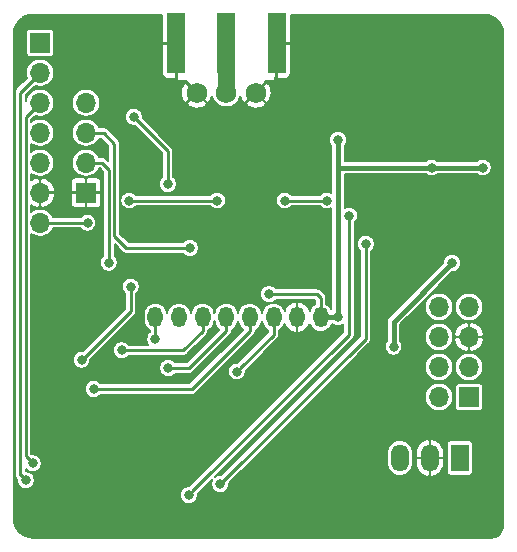
<source format=gbl>
G04 #@! TF.GenerationSoftware,KiCad,Pcbnew,(5.1.5-0-10_14)*
G04 #@! TF.CreationDate,2020-12-13T17:31:02+01:00*
G04 #@! TF.ProjectId,ithowifi,6974686f-7769-4666-992e-6b696361645f,rev?*
G04 #@! TF.SameCoordinates,Original*
G04 #@! TF.FileFunction,Copper,L2,Bot*
G04 #@! TF.FilePolarity,Positive*
%FSLAX46Y46*%
G04 Gerber Fmt 4.6, Leading zero omitted, Abs format (unit mm)*
G04 Created by KiCad (PCBNEW (5.1.5-0-10_14)) date 2020-12-13 17:31:02*
%MOMM*%
%LPD*%
G04 APERTURE LIST*
%ADD10O,1.700000X1.700000*%
%ADD11R,1.700000X1.700000*%
%ADD12C,1.500000*%
%ADD13R,1.500000X5.080000*%
%ADD14C,1.750000*%
%ADD15O,1.300000X1.750000*%
%ADD16O,1.500000X2.300000*%
%ADD17R,1.500000X2.300000*%
%ADD18C,0.800000*%
%ADD19C,0.406400*%
%ADD20C,0.254000*%
%ADD21C,0.250000*%
%ADD22C,1.016000*%
%ADD23C,1.473200*%
%ADD24C,0.203200*%
G04 APERTURE END LIST*
D10*
X89611200Y-112877600D03*
X89611200Y-115417600D03*
X89611200Y-117957600D03*
D11*
X89611200Y-120497600D03*
D12*
X101498400Y-109347000D03*
X96164400Y-140944600D03*
X94208600Y-142849600D03*
X98044000Y-142849600D03*
X98044000Y-138988800D03*
X94208600Y-138988800D03*
D10*
X85725000Y-123037600D03*
X85725000Y-120497600D03*
X85725000Y-117957600D03*
X85725000Y-115417600D03*
X85725000Y-112877600D03*
X85725000Y-110337600D03*
D11*
X85725000Y-107797600D03*
D13*
X97248400Y-107848400D03*
X105748400Y-107848400D03*
X101498400Y-107848400D03*
D14*
X103989000Y-112039000D03*
X101489000Y-112039000D03*
X98989000Y-112039000D03*
D15*
X95489000Y-131039000D03*
X97489000Y-131039000D03*
X99489000Y-131039000D03*
X101489000Y-131039000D03*
X103489000Y-131039000D03*
X105489000Y-131039000D03*
X107489000Y-131039000D03*
X109489000Y-131039000D03*
D16*
X116179600Y-142951200D03*
X118719600Y-142951200D03*
D17*
X121259600Y-142951200D03*
D11*
X122047000Y-137795000D03*
D10*
X119507000Y-137795000D03*
X122047000Y-135255000D03*
X119507000Y-135255000D03*
X122047000Y-132715000D03*
X119507000Y-132715000D03*
X122047000Y-130175000D03*
X119507000Y-130175000D03*
D18*
X95504000Y-105918000D03*
X95504000Y-107442000D03*
X95504000Y-109220000D03*
X95504000Y-110998000D03*
X95504000Y-113030000D03*
X96774000Y-112014000D03*
X94234000Y-106680000D03*
X94234000Y-108458000D03*
X94234000Y-109982000D03*
X94234000Y-112014000D03*
X107442000Y-105918000D03*
X107442000Y-107442000D03*
X107442000Y-109220000D03*
X107442000Y-110998000D03*
X107442000Y-113030000D03*
X105918000Y-112014000D03*
X108712000Y-109982000D03*
X108712000Y-108204000D03*
X108712000Y-106680000D03*
X97282000Y-114046000D03*
X99314000Y-114046000D03*
X101600000Y-114046000D03*
X100584000Y-115570000D03*
X98298000Y-115570000D03*
X103886000Y-114046000D03*
X102870000Y-115570000D03*
X106172000Y-114046000D03*
X108712000Y-112014000D03*
X104902000Y-115189000D03*
X120600000Y-126450000D03*
X115646200Y-133527802D03*
X123190000Y-118364000D03*
X118872000Y-118364000D03*
X110947200Y-131038600D03*
X110947192Y-116027200D03*
X105105200Y-129082800D03*
X111887000Y-122428000D03*
X98298000Y-146100800D03*
X113284000Y-124841000D03*
X100965000Y-145161000D03*
X93395800Y-128447800D03*
X89230200Y-134645400D03*
X109982000Y-121158000D03*
X106426000Y-121158000D03*
X100711000Y-121158000D03*
X89738201Y-123037601D03*
X93268801Y-121158000D03*
X93649798Y-114071400D03*
X96520000Y-119761000D03*
X91541600Y-126415800D03*
X85090000Y-143408400D03*
X84505800Y-144830800D03*
X102362000Y-135636000D03*
X96570800Y-135331200D03*
X90246200Y-137109200D03*
X95478600Y-132892800D03*
X92633800Y-133832600D03*
X98399600Y-125171200D03*
D19*
X115646200Y-131403800D02*
X115646200Y-133527802D01*
X120600000Y-126450000D02*
X115646200Y-131403800D01*
X118872000Y-118364000D02*
X123190000Y-118364000D01*
X122021600Y-118364000D02*
X121615200Y-118364000D01*
X109489000Y-131039000D02*
X110946800Y-131039000D01*
X110946800Y-131039000D02*
X110947200Y-131038600D01*
X118872000Y-118364000D02*
X110947200Y-118364000D01*
X110947200Y-118364000D02*
X110947192Y-118363992D01*
X110947192Y-118363992D02*
X110947192Y-116592885D01*
X110947192Y-116592885D02*
X110947192Y-116027200D01*
D20*
X110947200Y-126441200D02*
X110921800Y-126415800D01*
D19*
X110947200Y-118364000D02*
X110947200Y-126441200D01*
X110947200Y-126441200D02*
X110947200Y-131038600D01*
D21*
X109489000Y-129428000D02*
X109489000Y-131039000D01*
X109143800Y-129082800D02*
X109489000Y-129428000D01*
X105105200Y-129082800D02*
X109143800Y-129082800D01*
D20*
X111887000Y-132511800D02*
X98697999Y-145700801D01*
X98697999Y-145700801D02*
X98298000Y-146100800D01*
X111887000Y-122428000D02*
X111887000Y-132511800D01*
X113284000Y-132842000D02*
X101364999Y-144761001D01*
X113284000Y-124841000D02*
X113284000Y-132842000D01*
X101364999Y-144761001D02*
X100965000Y-145161000D01*
X93395800Y-128447800D02*
X93395800Y-130530600D01*
X89281000Y-134645400D02*
X89230200Y-134645400D01*
X93395800Y-130530600D02*
X89281000Y-134645400D01*
D22*
X101509200Y-109281600D02*
X101498400Y-109270800D01*
X101489000Y-107857800D02*
X101498400Y-107848400D01*
D23*
X101498400Y-112029600D02*
X101489000Y-112039000D01*
X101498400Y-107848400D02*
X101498400Y-112029600D01*
D20*
X109982000Y-121158000D02*
X106426000Y-121158000D01*
X85725000Y-123037600D02*
X89172516Y-123037601D01*
X89172516Y-123037601D02*
X89738201Y-123037601D01*
X100711000Y-121158000D02*
X93268801Y-121158000D01*
X96520000Y-116941602D02*
X96520000Y-119761000D01*
X93649798Y-114071400D02*
X96520000Y-116941602D01*
X91541600Y-118541800D02*
X91541600Y-126415800D01*
X90957400Y-117957600D02*
X91541600Y-118541800D01*
X89611200Y-117957600D02*
X90957400Y-117957600D01*
D21*
X85090000Y-143408400D02*
X84498611Y-142817011D01*
X84498611Y-142817011D02*
X84498611Y-114103989D01*
X84875001Y-113727599D02*
X85725000Y-112877600D01*
X84498611Y-114103989D02*
X84875001Y-113727599D01*
X84105801Y-144430801D02*
X84505800Y-144830800D01*
X84048600Y-144373600D02*
X84105801Y-144430801D01*
X84048600Y-112014000D02*
X84048600Y-144373600D01*
X85725000Y-110337600D02*
X84048600Y-112014000D01*
D20*
X102761999Y-135236001D02*
X102362000Y-135636000D01*
X105489000Y-131039000D02*
X105489000Y-132509000D01*
X105489000Y-132509000D02*
X102761999Y-135236001D01*
X101489000Y-131039000D02*
X101489000Y-132168000D01*
X98325800Y-135331200D02*
X97136485Y-135331200D01*
X97136485Y-135331200D02*
X96570800Y-135331200D01*
X101489000Y-132168000D02*
X98325800Y-135331200D01*
X103489000Y-131039000D02*
X103489000Y-132168000D01*
X103489000Y-132168000D02*
X98547800Y-137109200D01*
X98547800Y-137109200D02*
X90811885Y-137109200D01*
X90811885Y-137109200D02*
X90246200Y-137109200D01*
X95478600Y-131049400D02*
X95489000Y-131039000D01*
X95478600Y-132892800D02*
X95478600Y-131049400D01*
X99489000Y-131039000D02*
X99489000Y-132168000D01*
X99489000Y-132168000D02*
X97824400Y-133832600D01*
X97824400Y-133832600D02*
X93199485Y-133832600D01*
X93199485Y-133832600D02*
X92633800Y-133832600D01*
X89636600Y-115443000D02*
X89611200Y-115417600D01*
X91109800Y-115443000D02*
X89636600Y-115443000D01*
X91995611Y-124152011D02*
X91995611Y-116328811D01*
X93014800Y-125171200D02*
X91995611Y-124152011D01*
X91995611Y-116328811D02*
X91109800Y-115443000D01*
X98399600Y-125171200D02*
X93014800Y-125171200D01*
D24*
G36*
X96041200Y-107708700D02*
G01*
X96155500Y-107823000D01*
X97223000Y-107823000D01*
X97223000Y-107803000D01*
X97273800Y-107803000D01*
X97273800Y-107823000D01*
X97293800Y-107823000D01*
X97293800Y-107873800D01*
X97273800Y-107873800D01*
X97273800Y-110731300D01*
X97307400Y-110764900D01*
X97307400Y-110896400D01*
X97309352Y-110916221D01*
X97315134Y-110935281D01*
X97324523Y-110952846D01*
X97337158Y-110968242D01*
X97352554Y-110980877D01*
X97370119Y-110990266D01*
X97389179Y-110996048D01*
X97409000Y-110998000D01*
X98201285Y-110998000D01*
X98141403Y-111155482D01*
X98989000Y-112003079D01*
X99003143Y-111988937D01*
X99009200Y-111994994D01*
X99009200Y-112014000D01*
X99011152Y-112033821D01*
X99016934Y-112052881D01*
X99026323Y-112070446D01*
X99038958Y-112085842D01*
X99054354Y-112098477D01*
X99071919Y-112107866D01*
X99090979Y-112113648D01*
X99100507Y-112114586D01*
X99872518Y-112886597D01*
X100086722Y-112805146D01*
X100215098Y-112576270D01*
X100293358Y-112335948D01*
X100305692Y-112397953D01*
X100398457Y-112621908D01*
X100533131Y-112823462D01*
X100704538Y-112994869D01*
X100906092Y-113129543D01*
X101130047Y-113222308D01*
X101367797Y-113269600D01*
X101610203Y-113269600D01*
X101847953Y-113222308D01*
X102071908Y-113129543D01*
X102273462Y-112994869D01*
X102345813Y-112922518D01*
X103141403Y-112922518D01*
X103222854Y-113136722D01*
X103451730Y-113265098D01*
X103701254Y-113346355D01*
X103961834Y-113377371D01*
X104223460Y-113356954D01*
X104476074Y-113285889D01*
X104709971Y-113166907D01*
X104755146Y-113136722D01*
X104836597Y-112922518D01*
X103989000Y-112074921D01*
X103141403Y-112922518D01*
X102345813Y-112922518D01*
X102444869Y-112823462D01*
X102579543Y-112621908D01*
X102672308Y-112397953D01*
X102686292Y-112327653D01*
X102742111Y-112526074D01*
X102861093Y-112759971D01*
X102891278Y-112805146D01*
X103105482Y-112886597D01*
X103876479Y-112115600D01*
X103886000Y-112115600D01*
X103905821Y-112113648D01*
X103924881Y-112107866D01*
X103942446Y-112098477D01*
X103957842Y-112085842D01*
X103970477Y-112070446D01*
X103979866Y-112052881D01*
X103984076Y-112039000D01*
X104024921Y-112039000D01*
X104872518Y-112886597D01*
X105086722Y-112805146D01*
X105215098Y-112576270D01*
X105296355Y-112326746D01*
X105327371Y-112066166D01*
X105306954Y-111804540D01*
X105235889Y-111551926D01*
X105116907Y-111318029D01*
X105086722Y-111272854D01*
X104872518Y-111191403D01*
X104024921Y-112039000D01*
X103984076Y-112039000D01*
X103985648Y-112033821D01*
X103987600Y-112014000D01*
X103987600Y-112001679D01*
X103989000Y-112003079D01*
X104836597Y-111155482D01*
X104776715Y-110998000D01*
X105537000Y-110998000D01*
X105556821Y-110996048D01*
X105575881Y-110990266D01*
X105593446Y-110980877D01*
X105608842Y-110968242D01*
X105621477Y-110952846D01*
X105630866Y-110935281D01*
X105636648Y-110916221D01*
X105638600Y-110896400D01*
X105638600Y-110815700D01*
X105723000Y-110731300D01*
X105723000Y-107873800D01*
X105773800Y-107873800D01*
X105773800Y-110731300D01*
X105888100Y-110845600D01*
X106498400Y-110847812D01*
X106588027Y-110838985D01*
X106674209Y-110812841D01*
X106753636Y-110770387D01*
X106823253Y-110713253D01*
X106880387Y-110643636D01*
X106922841Y-110564209D01*
X106948985Y-110478027D01*
X106957812Y-110388400D01*
X106955600Y-107988100D01*
X106841300Y-107873800D01*
X105773800Y-107873800D01*
X105723000Y-107873800D01*
X105703000Y-107873800D01*
X105703000Y-107823000D01*
X105723000Y-107823000D01*
X105723000Y-107803000D01*
X105773800Y-107803000D01*
X105773800Y-107823000D01*
X106841300Y-107823000D01*
X106955600Y-107708700D01*
X106957686Y-105444600D01*
X123296669Y-105444600D01*
X123630576Y-105477340D01*
X123932201Y-105568405D01*
X124210401Y-105716327D01*
X124454565Y-105915462D01*
X124655403Y-106158235D01*
X124805262Y-106435392D01*
X124898434Y-106736383D01*
X124933400Y-107069066D01*
X124933401Y-148696668D01*
X124912755Y-148907233D01*
X124857507Y-149090223D01*
X124767771Y-149258993D01*
X124646958Y-149407124D01*
X124499676Y-149528965D01*
X124331535Y-149619880D01*
X124148933Y-149676404D01*
X123939652Y-149698400D01*
X85110322Y-149698400D01*
X84776424Y-149665660D01*
X84474797Y-149574594D01*
X84196601Y-149426674D01*
X83952435Y-149227538D01*
X83751597Y-148984765D01*
X83601738Y-148707607D01*
X83508566Y-148406619D01*
X83473600Y-148073934D01*
X83473600Y-146026380D01*
X97542400Y-146026380D01*
X97542400Y-146175220D01*
X97571437Y-146321200D01*
X97628396Y-146458711D01*
X97711087Y-146582467D01*
X97816333Y-146687713D01*
X97940089Y-146770404D01*
X98077600Y-146827363D01*
X98223580Y-146856400D01*
X98372420Y-146856400D01*
X98518400Y-146827363D01*
X98655911Y-146770404D01*
X98779667Y-146687713D01*
X98884913Y-146582467D01*
X98967604Y-146458711D01*
X99024563Y-146321200D01*
X99053600Y-146175220D01*
X99053600Y-146027700D01*
X99056012Y-146025288D01*
X99056017Y-146025282D01*
X100330003Y-144751297D01*
X100295396Y-144803089D01*
X100238437Y-144940600D01*
X100209400Y-145086580D01*
X100209400Y-145235420D01*
X100238437Y-145381400D01*
X100295396Y-145518911D01*
X100378087Y-145642667D01*
X100483333Y-145747913D01*
X100607089Y-145830604D01*
X100744600Y-145887563D01*
X100890580Y-145916600D01*
X101039420Y-145916600D01*
X101185400Y-145887563D01*
X101322911Y-145830604D01*
X101446667Y-145747913D01*
X101551913Y-145642667D01*
X101634604Y-145518911D01*
X101691563Y-145381400D01*
X101720600Y-145235420D01*
X101720600Y-145087900D01*
X101723012Y-145085488D01*
X101723017Y-145085482D01*
X104311607Y-142496892D01*
X115074000Y-142496892D01*
X115074000Y-143405507D01*
X115089998Y-143567934D01*
X115153217Y-143776341D01*
X115255880Y-143968410D01*
X115394040Y-144136760D01*
X115562390Y-144274920D01*
X115754458Y-144377583D01*
X115962865Y-144440802D01*
X116179600Y-144462149D01*
X116396334Y-144440802D01*
X116604741Y-144377583D01*
X116796810Y-144274920D01*
X116965160Y-144136760D01*
X117103320Y-143968410D01*
X117205983Y-143776342D01*
X117269202Y-143567935D01*
X117285200Y-143405508D01*
X117285200Y-142976600D01*
X117512400Y-142976600D01*
X117512400Y-143376600D01*
X117540551Y-143611625D01*
X117614012Y-143836642D01*
X117729961Y-144043004D01*
X117883941Y-144222780D01*
X118070035Y-144369062D01*
X118281091Y-144476228D01*
X118505707Y-144539300D01*
X118694200Y-144443805D01*
X118694200Y-142976600D01*
X118745000Y-142976600D01*
X118745000Y-144443805D01*
X118933493Y-144539300D01*
X119158109Y-144476228D01*
X119369165Y-144369062D01*
X119555259Y-144222780D01*
X119709239Y-144043004D01*
X119825188Y-143836642D01*
X119898649Y-143611625D01*
X119926800Y-143376600D01*
X119926800Y-142976600D01*
X118745000Y-142976600D01*
X118694200Y-142976600D01*
X117512400Y-142976600D01*
X117285200Y-142976600D01*
X117285200Y-142525800D01*
X117512400Y-142525800D01*
X117512400Y-142925800D01*
X118694200Y-142925800D01*
X118694200Y-141458595D01*
X118745000Y-141458595D01*
X118745000Y-142925800D01*
X119926800Y-142925800D01*
X119926800Y-142525800D01*
X119898649Y-142290775D01*
X119825188Y-142065758D01*
X119709239Y-141859396D01*
X119659394Y-141801200D01*
X120152280Y-141801200D01*
X120152280Y-144101200D01*
X120159146Y-144170910D01*
X120179479Y-144237940D01*
X120212499Y-144299716D01*
X120256937Y-144353863D01*
X120311084Y-144398301D01*
X120372860Y-144431321D01*
X120439890Y-144451654D01*
X120509600Y-144458520D01*
X122009600Y-144458520D01*
X122079310Y-144451654D01*
X122146340Y-144431321D01*
X122208116Y-144398301D01*
X122262263Y-144353863D01*
X122306701Y-144299716D01*
X122339721Y-144237940D01*
X122360054Y-144170910D01*
X122366920Y-144101200D01*
X122366920Y-141801200D01*
X122360054Y-141731490D01*
X122339721Y-141664460D01*
X122306701Y-141602684D01*
X122262263Y-141548537D01*
X122208116Y-141504099D01*
X122146340Y-141471079D01*
X122079310Y-141450746D01*
X122009600Y-141443880D01*
X120509600Y-141443880D01*
X120439890Y-141450746D01*
X120372860Y-141471079D01*
X120311084Y-141504099D01*
X120256937Y-141548537D01*
X120212499Y-141602684D01*
X120179479Y-141664460D01*
X120159146Y-141731490D01*
X120152280Y-141801200D01*
X119659394Y-141801200D01*
X119555259Y-141679620D01*
X119369165Y-141533338D01*
X119158109Y-141426172D01*
X118933493Y-141363100D01*
X118745000Y-141458595D01*
X118694200Y-141458595D01*
X118505707Y-141363100D01*
X118281091Y-141426172D01*
X118070035Y-141533338D01*
X117883941Y-141679620D01*
X117729961Y-141859396D01*
X117614012Y-142065758D01*
X117540551Y-142290775D01*
X117512400Y-142525800D01*
X117285200Y-142525800D01*
X117285200Y-142496893D01*
X117269202Y-142334466D01*
X117205983Y-142126058D01*
X117103320Y-141933990D01*
X116965160Y-141765640D01*
X116796810Y-141627480D01*
X116604742Y-141524817D01*
X116396335Y-141461598D01*
X116179600Y-141440251D01*
X115962866Y-141461598D01*
X115754459Y-141524817D01*
X115562391Y-141627480D01*
X115394041Y-141765640D01*
X115255881Y-141933990D01*
X115153218Y-142126058D01*
X115089998Y-142334465D01*
X115074000Y-142496892D01*
X104311607Y-142496892D01*
X109132240Y-137676259D01*
X118301400Y-137676259D01*
X118301400Y-137913741D01*
X118347731Y-138146660D01*
X118438611Y-138366066D01*
X118570550Y-138563525D01*
X118738475Y-138731450D01*
X118935934Y-138863389D01*
X119155340Y-138954269D01*
X119388259Y-139000600D01*
X119625741Y-139000600D01*
X119858660Y-138954269D01*
X120078066Y-138863389D01*
X120275525Y-138731450D01*
X120443450Y-138563525D01*
X120575389Y-138366066D01*
X120666269Y-138146660D01*
X120712600Y-137913741D01*
X120712600Y-137676259D01*
X120666269Y-137443340D01*
X120575389Y-137223934D01*
X120443450Y-137026475D01*
X120361975Y-136945000D01*
X120839680Y-136945000D01*
X120839680Y-138645000D01*
X120846546Y-138714710D01*
X120866879Y-138781740D01*
X120899899Y-138843516D01*
X120944337Y-138897663D01*
X120998484Y-138942101D01*
X121060260Y-138975121D01*
X121127290Y-138995454D01*
X121197000Y-139002320D01*
X122897000Y-139002320D01*
X122966710Y-138995454D01*
X123033740Y-138975121D01*
X123095516Y-138942101D01*
X123149663Y-138897663D01*
X123194101Y-138843516D01*
X123227121Y-138781740D01*
X123247454Y-138714710D01*
X123254320Y-138645000D01*
X123254320Y-136945000D01*
X123247454Y-136875290D01*
X123227121Y-136808260D01*
X123194101Y-136746484D01*
X123149663Y-136692337D01*
X123095516Y-136647899D01*
X123033740Y-136614879D01*
X122966710Y-136594546D01*
X122897000Y-136587680D01*
X121197000Y-136587680D01*
X121127290Y-136594546D01*
X121060260Y-136614879D01*
X120998484Y-136647899D01*
X120944337Y-136692337D01*
X120899899Y-136746484D01*
X120866879Y-136808260D01*
X120846546Y-136875290D01*
X120839680Y-136945000D01*
X120361975Y-136945000D01*
X120275525Y-136858550D01*
X120078066Y-136726611D01*
X119858660Y-136635731D01*
X119625741Y-136589400D01*
X119388259Y-136589400D01*
X119155340Y-136635731D01*
X118935934Y-136726611D01*
X118738475Y-136858550D01*
X118570550Y-137026475D01*
X118438611Y-137223934D01*
X118347731Y-137443340D01*
X118301400Y-137676259D01*
X109132240Y-137676259D01*
X111672240Y-135136259D01*
X118301400Y-135136259D01*
X118301400Y-135373741D01*
X118347731Y-135606660D01*
X118438611Y-135826066D01*
X118570550Y-136023525D01*
X118738475Y-136191450D01*
X118935934Y-136323389D01*
X119155340Y-136414269D01*
X119388259Y-136460600D01*
X119625741Y-136460600D01*
X119858660Y-136414269D01*
X120078066Y-136323389D01*
X120275525Y-136191450D01*
X120443450Y-136023525D01*
X120575389Y-135826066D01*
X120666269Y-135606660D01*
X120712600Y-135373741D01*
X120712600Y-135136259D01*
X120841400Y-135136259D01*
X120841400Y-135373741D01*
X120887731Y-135606660D01*
X120978611Y-135826066D01*
X121110550Y-136023525D01*
X121278475Y-136191450D01*
X121475934Y-136323389D01*
X121695340Y-136414269D01*
X121928259Y-136460600D01*
X122165741Y-136460600D01*
X122398660Y-136414269D01*
X122618066Y-136323389D01*
X122815525Y-136191450D01*
X122983450Y-136023525D01*
X123115389Y-135826066D01*
X123206269Y-135606660D01*
X123252600Y-135373741D01*
X123252600Y-135136259D01*
X123206269Y-134903340D01*
X123115389Y-134683934D01*
X122983450Y-134486475D01*
X122815525Y-134318550D01*
X122618066Y-134186611D01*
X122398660Y-134095731D01*
X122165741Y-134049400D01*
X121928259Y-134049400D01*
X121695340Y-134095731D01*
X121475934Y-134186611D01*
X121278475Y-134318550D01*
X121110550Y-134486475D01*
X120978611Y-134683934D01*
X120887731Y-134903340D01*
X120841400Y-135136259D01*
X120712600Y-135136259D01*
X120666269Y-134903340D01*
X120575389Y-134683934D01*
X120443450Y-134486475D01*
X120275525Y-134318550D01*
X120078066Y-134186611D01*
X119858660Y-134095731D01*
X119625741Y-134049400D01*
X119388259Y-134049400D01*
X119155340Y-134095731D01*
X118935934Y-134186611D01*
X118738475Y-134318550D01*
X118570550Y-134486475D01*
X118438611Y-134683934D01*
X118347731Y-134903340D01*
X118301400Y-135136259D01*
X111672240Y-135136259D01*
X113355117Y-133453382D01*
X114890600Y-133453382D01*
X114890600Y-133602222D01*
X114919637Y-133748202D01*
X114976596Y-133885713D01*
X115059287Y-134009469D01*
X115164533Y-134114715D01*
X115288289Y-134197406D01*
X115425800Y-134254365D01*
X115571780Y-134283402D01*
X115720620Y-134283402D01*
X115866600Y-134254365D01*
X116004111Y-134197406D01*
X116127867Y-134114715D01*
X116233113Y-134009469D01*
X116315804Y-133885713D01*
X116372763Y-133748202D01*
X116401800Y-133602222D01*
X116401800Y-133453382D01*
X116372763Y-133307402D01*
X116315804Y-133169891D01*
X116233113Y-133046135D01*
X116205000Y-133018022D01*
X116205000Y-132596259D01*
X118301400Y-132596259D01*
X118301400Y-132833741D01*
X118347731Y-133066660D01*
X118438611Y-133286066D01*
X118570550Y-133483525D01*
X118738475Y-133651450D01*
X118935934Y-133783389D01*
X119155340Y-133874269D01*
X119388259Y-133920600D01*
X119625741Y-133920600D01*
X119858660Y-133874269D01*
X120078066Y-133783389D01*
X120275525Y-133651450D01*
X120443450Y-133483525D01*
X120575389Y-133286066D01*
X120666269Y-133066660D01*
X120690560Y-132944540D01*
X120760111Y-132944540D01*
X120770227Y-132995404D01*
X120849464Y-133239102D01*
X120974722Y-133462659D01*
X121141187Y-133657484D01*
X121342461Y-133816090D01*
X121570811Y-133932382D01*
X121817460Y-134001890D01*
X122021600Y-133907654D01*
X122021600Y-132740400D01*
X122072400Y-132740400D01*
X122072400Y-133907654D01*
X122276540Y-134001890D01*
X122523189Y-133932382D01*
X122751539Y-133816090D01*
X122952813Y-133657484D01*
X123119278Y-133462659D01*
X123244536Y-133239102D01*
X123323773Y-132995404D01*
X123333889Y-132944540D01*
X123239630Y-132740400D01*
X122072400Y-132740400D01*
X122021600Y-132740400D01*
X120854370Y-132740400D01*
X120760111Y-132944540D01*
X120690560Y-132944540D01*
X120712600Y-132833741D01*
X120712600Y-132596259D01*
X120690561Y-132485460D01*
X120760111Y-132485460D01*
X120854370Y-132689600D01*
X122021600Y-132689600D01*
X122021600Y-131522346D01*
X122072400Y-131522346D01*
X122072400Y-132689600D01*
X123239630Y-132689600D01*
X123333889Y-132485460D01*
X123323773Y-132434596D01*
X123244536Y-132190898D01*
X123119278Y-131967341D01*
X122952813Y-131772516D01*
X122751539Y-131613910D01*
X122523189Y-131497618D01*
X122276540Y-131428110D01*
X122072400Y-131522346D01*
X122021600Y-131522346D01*
X121817460Y-131428110D01*
X121570811Y-131497618D01*
X121342461Y-131613910D01*
X121141187Y-131772516D01*
X120974722Y-131967341D01*
X120849464Y-132190898D01*
X120770227Y-132434596D01*
X120760111Y-132485460D01*
X120690561Y-132485460D01*
X120666269Y-132363340D01*
X120575389Y-132143934D01*
X120443450Y-131946475D01*
X120275525Y-131778550D01*
X120078066Y-131646611D01*
X119858660Y-131555731D01*
X119625741Y-131509400D01*
X119388259Y-131509400D01*
X119155340Y-131555731D01*
X118935934Y-131646611D01*
X118738475Y-131778550D01*
X118570550Y-131946475D01*
X118438611Y-132143934D01*
X118347731Y-132363340D01*
X118301400Y-132596259D01*
X116205000Y-132596259D01*
X116205000Y-131635262D01*
X117784003Y-130056259D01*
X118301400Y-130056259D01*
X118301400Y-130293741D01*
X118347731Y-130526660D01*
X118438611Y-130746066D01*
X118570550Y-130943525D01*
X118738475Y-131111450D01*
X118935934Y-131243389D01*
X119155340Y-131334269D01*
X119388259Y-131380600D01*
X119625741Y-131380600D01*
X119858660Y-131334269D01*
X120078066Y-131243389D01*
X120275525Y-131111450D01*
X120443450Y-130943525D01*
X120575389Y-130746066D01*
X120666269Y-130526660D01*
X120712600Y-130293741D01*
X120712600Y-130056259D01*
X120841400Y-130056259D01*
X120841400Y-130293741D01*
X120887731Y-130526660D01*
X120978611Y-130746066D01*
X121110550Y-130943525D01*
X121278475Y-131111450D01*
X121475934Y-131243389D01*
X121695340Y-131334269D01*
X121928259Y-131380600D01*
X122165741Y-131380600D01*
X122398660Y-131334269D01*
X122618066Y-131243389D01*
X122815525Y-131111450D01*
X122983450Y-130943525D01*
X123115389Y-130746066D01*
X123206269Y-130526660D01*
X123252600Y-130293741D01*
X123252600Y-130056259D01*
X123206269Y-129823340D01*
X123115389Y-129603934D01*
X122983450Y-129406475D01*
X122815525Y-129238550D01*
X122618066Y-129106611D01*
X122398660Y-129015731D01*
X122165741Y-128969400D01*
X121928259Y-128969400D01*
X121695340Y-129015731D01*
X121475934Y-129106611D01*
X121278475Y-129238550D01*
X121110550Y-129406475D01*
X120978611Y-129603934D01*
X120887731Y-129823340D01*
X120841400Y-130056259D01*
X120712600Y-130056259D01*
X120666269Y-129823340D01*
X120575389Y-129603934D01*
X120443450Y-129406475D01*
X120275525Y-129238550D01*
X120078066Y-129106611D01*
X119858660Y-129015731D01*
X119625741Y-128969400D01*
X119388259Y-128969400D01*
X119155340Y-129015731D01*
X118935934Y-129106611D01*
X118738475Y-129238550D01*
X118570550Y-129406475D01*
X118438611Y-129603934D01*
X118347731Y-129823340D01*
X118301400Y-130056259D01*
X117784003Y-130056259D01*
X120634663Y-127205600D01*
X120674420Y-127205600D01*
X120820400Y-127176563D01*
X120957911Y-127119604D01*
X121081667Y-127036913D01*
X121186913Y-126931667D01*
X121269604Y-126807911D01*
X121326563Y-126670400D01*
X121355600Y-126524420D01*
X121355600Y-126375580D01*
X121326563Y-126229600D01*
X121269604Y-126092089D01*
X121186913Y-125968333D01*
X121081667Y-125863087D01*
X120957911Y-125780396D01*
X120820400Y-125723437D01*
X120674420Y-125694400D01*
X120525580Y-125694400D01*
X120379600Y-125723437D01*
X120242089Y-125780396D01*
X120118333Y-125863087D01*
X120013087Y-125968333D01*
X119930396Y-126092089D01*
X119873437Y-126229600D01*
X119844400Y-126375580D01*
X119844400Y-126415337D01*
X115270481Y-130989257D01*
X115249157Y-131006757D01*
X115179327Y-131091846D01*
X115127439Y-131188923D01*
X115095486Y-131294257D01*
X115089902Y-131350954D01*
X115084697Y-131403800D01*
X115087400Y-131431242D01*
X115087401Y-133018021D01*
X115059287Y-133046135D01*
X114976596Y-133169891D01*
X114919637Y-133307402D01*
X114890600Y-133453382D01*
X113355117Y-133453382D01*
X113608488Y-133200012D01*
X113626901Y-133184901D01*
X113687209Y-133111415D01*
X113732022Y-133027577D01*
X113744204Y-132987417D01*
X113759617Y-132936607D01*
X113768935Y-132842000D01*
X113766600Y-132818293D01*
X113766600Y-125426980D01*
X113870913Y-125322667D01*
X113953604Y-125198911D01*
X114010563Y-125061400D01*
X114039600Y-124915420D01*
X114039600Y-124766580D01*
X114010563Y-124620600D01*
X113953604Y-124483089D01*
X113870913Y-124359333D01*
X113765667Y-124254087D01*
X113641911Y-124171396D01*
X113504400Y-124114437D01*
X113358420Y-124085400D01*
X113209580Y-124085400D01*
X113063600Y-124114437D01*
X112926089Y-124171396D01*
X112802333Y-124254087D01*
X112697087Y-124359333D01*
X112614396Y-124483089D01*
X112557437Y-124620600D01*
X112528400Y-124766580D01*
X112528400Y-124915420D01*
X112557437Y-125061400D01*
X112614396Y-125198911D01*
X112697087Y-125322667D01*
X112801400Y-125426980D01*
X112801401Y-132642099D01*
X101040518Y-144402983D01*
X101040512Y-144402988D01*
X101038100Y-144405400D01*
X100890580Y-144405400D01*
X100744600Y-144434437D01*
X100607089Y-144491396D01*
X100555297Y-144526003D01*
X112211488Y-132869812D01*
X112229901Y-132854701D01*
X112290209Y-132781215D01*
X112335022Y-132697377D01*
X112362617Y-132606406D01*
X112369600Y-132535507D01*
X112369600Y-132535506D01*
X112371935Y-132511801D01*
X112369600Y-132488096D01*
X112369600Y-123013980D01*
X112473913Y-122909667D01*
X112556604Y-122785911D01*
X112613563Y-122648400D01*
X112642600Y-122502420D01*
X112642600Y-122353580D01*
X112613563Y-122207600D01*
X112556604Y-122070089D01*
X112473913Y-121946333D01*
X112368667Y-121841087D01*
X112244911Y-121758396D01*
X112107400Y-121701437D01*
X111961420Y-121672400D01*
X111812580Y-121672400D01*
X111666600Y-121701437D01*
X111529089Y-121758396D01*
X111506000Y-121773824D01*
X111506000Y-118922800D01*
X118362220Y-118922800D01*
X118390333Y-118950913D01*
X118514089Y-119033604D01*
X118651600Y-119090563D01*
X118797580Y-119119600D01*
X118946420Y-119119600D01*
X119092400Y-119090563D01*
X119229911Y-119033604D01*
X119353667Y-118950913D01*
X119381780Y-118922800D01*
X122680220Y-118922800D01*
X122708333Y-118950913D01*
X122832089Y-119033604D01*
X122969600Y-119090563D01*
X123115580Y-119119600D01*
X123264420Y-119119600D01*
X123410400Y-119090563D01*
X123547911Y-119033604D01*
X123671667Y-118950913D01*
X123776913Y-118845667D01*
X123859604Y-118721911D01*
X123916563Y-118584400D01*
X123945600Y-118438420D01*
X123945600Y-118289580D01*
X123916563Y-118143600D01*
X123859604Y-118006089D01*
X123776913Y-117882333D01*
X123671667Y-117777087D01*
X123547911Y-117694396D01*
X123410400Y-117637437D01*
X123264420Y-117608400D01*
X123115580Y-117608400D01*
X122969600Y-117637437D01*
X122832089Y-117694396D01*
X122708333Y-117777087D01*
X122680220Y-117805200D01*
X119381780Y-117805200D01*
X119353667Y-117777087D01*
X119229911Y-117694396D01*
X119092400Y-117637437D01*
X118946420Y-117608400D01*
X118797580Y-117608400D01*
X118651600Y-117637437D01*
X118514089Y-117694396D01*
X118390333Y-117777087D01*
X118362220Y-117805200D01*
X111505992Y-117805200D01*
X111505992Y-116536980D01*
X111534105Y-116508867D01*
X111616796Y-116385111D01*
X111673755Y-116247600D01*
X111702792Y-116101620D01*
X111702792Y-115952780D01*
X111673755Y-115806800D01*
X111616796Y-115669289D01*
X111534105Y-115545533D01*
X111428859Y-115440287D01*
X111305103Y-115357596D01*
X111167592Y-115300637D01*
X111021612Y-115271600D01*
X110872772Y-115271600D01*
X110726792Y-115300637D01*
X110589281Y-115357596D01*
X110465525Y-115440287D01*
X110360279Y-115545533D01*
X110277588Y-115669289D01*
X110220629Y-115806800D01*
X110191592Y-115952780D01*
X110191592Y-116101620D01*
X110220629Y-116247600D01*
X110277588Y-116385111D01*
X110360279Y-116508867D01*
X110388392Y-116536980D01*
X110388392Y-116620328D01*
X110388393Y-116620338D01*
X110388392Y-118336550D01*
X110385689Y-118363992D01*
X110388392Y-118391434D01*
X110388392Y-118391435D01*
X110388400Y-118391516D01*
X110388400Y-120520795D01*
X110339911Y-120488396D01*
X110202400Y-120431437D01*
X110056420Y-120402400D01*
X109907580Y-120402400D01*
X109761600Y-120431437D01*
X109624089Y-120488396D01*
X109500333Y-120571087D01*
X109396020Y-120675400D01*
X107011980Y-120675400D01*
X106907667Y-120571087D01*
X106783911Y-120488396D01*
X106646400Y-120431437D01*
X106500420Y-120402400D01*
X106351580Y-120402400D01*
X106205600Y-120431437D01*
X106068089Y-120488396D01*
X105944333Y-120571087D01*
X105839087Y-120676333D01*
X105756396Y-120800089D01*
X105699437Y-120937600D01*
X105670400Y-121083580D01*
X105670400Y-121232420D01*
X105699437Y-121378400D01*
X105756396Y-121515911D01*
X105839087Y-121639667D01*
X105944333Y-121744913D01*
X106068089Y-121827604D01*
X106205600Y-121884563D01*
X106351580Y-121913600D01*
X106500420Y-121913600D01*
X106646400Y-121884563D01*
X106783911Y-121827604D01*
X106907667Y-121744913D01*
X107011980Y-121640600D01*
X109396020Y-121640600D01*
X109500333Y-121744913D01*
X109624089Y-121827604D01*
X109761600Y-121884563D01*
X109907580Y-121913600D01*
X110056420Y-121913600D01*
X110202400Y-121884563D01*
X110339911Y-121827604D01*
X110388400Y-121795204D01*
X110388401Y-126413747D01*
X110388400Y-126413757D01*
X110388401Y-130363427D01*
X110329171Y-130252616D01*
X110203507Y-130099493D01*
X110050384Y-129973829D01*
X109969600Y-129930649D01*
X109969600Y-129451604D01*
X109971925Y-129428000D01*
X109969600Y-129404393D01*
X109962646Y-129333786D01*
X109935165Y-129243193D01*
X109890537Y-129159701D01*
X109830480Y-129086520D01*
X109812140Y-129071469D01*
X109500335Y-128759665D01*
X109485280Y-128741320D01*
X109412099Y-128681263D01*
X109328607Y-128636635D01*
X109238014Y-128609154D01*
X109167407Y-128602200D01*
X109167404Y-128602200D01*
X109143800Y-128599875D01*
X109120196Y-128602200D01*
X105692826Y-128602200D01*
X105692113Y-128601133D01*
X105586867Y-128495887D01*
X105463111Y-128413196D01*
X105325600Y-128356237D01*
X105179620Y-128327200D01*
X105030780Y-128327200D01*
X104884800Y-128356237D01*
X104747289Y-128413196D01*
X104623533Y-128495887D01*
X104518287Y-128601133D01*
X104435596Y-128724889D01*
X104378637Y-128862400D01*
X104349600Y-129008380D01*
X104349600Y-129157220D01*
X104378637Y-129303200D01*
X104435596Y-129440711D01*
X104518287Y-129564467D01*
X104623533Y-129669713D01*
X104747289Y-129752404D01*
X104884800Y-129809363D01*
X105030780Y-129838400D01*
X105179620Y-129838400D01*
X105325600Y-129809363D01*
X105463111Y-129752404D01*
X105586867Y-129669713D01*
X105692113Y-129564467D01*
X105692826Y-129563400D01*
X108944730Y-129563400D01*
X109008400Y-129627071D01*
X109008400Y-129930649D01*
X108927616Y-129973829D01*
X108774493Y-130099493D01*
X108648829Y-130252616D01*
X108555452Y-130427313D01*
X108539429Y-130480133D01*
X108502199Y-130366826D01*
X108395491Y-130177753D01*
X108253947Y-130013131D01*
X108083007Y-129879286D01*
X107889240Y-129781361D01*
X107687246Y-129724692D01*
X107514400Y-129821425D01*
X107514400Y-131013600D01*
X107534400Y-131013600D01*
X107534400Y-131064400D01*
X107514400Y-131064400D01*
X107514400Y-132256575D01*
X107687246Y-132353308D01*
X107889240Y-132296639D01*
X108083007Y-132198714D01*
X108253947Y-132064869D01*
X108395491Y-131900247D01*
X108502199Y-131711174D01*
X108539429Y-131597867D01*
X108555452Y-131650688D01*
X108648830Y-131825384D01*
X108774494Y-131978507D01*
X108927617Y-132104171D01*
X109102313Y-132197548D01*
X109291869Y-132255049D01*
X109489000Y-132274465D01*
X109686132Y-132255049D01*
X109875688Y-132197548D01*
X110050384Y-132104171D01*
X110203507Y-131978507D01*
X110329171Y-131825384D01*
X110422548Y-131650688D01*
X110438412Y-131598392D01*
X110465533Y-131625513D01*
X110589289Y-131708204D01*
X110726800Y-131765163D01*
X110872780Y-131794200D01*
X111021620Y-131794200D01*
X111167600Y-131765163D01*
X111305111Y-131708204D01*
X111404401Y-131641861D01*
X111404401Y-132311899D01*
X98373518Y-145342783D01*
X98373512Y-145342788D01*
X98371100Y-145345200D01*
X98223580Y-145345200D01*
X98077600Y-145374237D01*
X97940089Y-145431196D01*
X97816333Y-145513887D01*
X97711087Y-145619133D01*
X97628396Y-145742889D01*
X97571437Y-145880400D01*
X97542400Y-146026380D01*
X83473600Y-146026380D01*
X83473600Y-112014000D01*
X83565675Y-112014000D01*
X83568000Y-112037604D01*
X83568001Y-144349986D01*
X83565675Y-144373600D01*
X83572590Y-144443805D01*
X83574955Y-144467814D01*
X83582166Y-144491586D01*
X83602436Y-144558408D01*
X83647063Y-144641898D01*
X83647064Y-144641899D01*
X83707121Y-144715080D01*
X83725461Y-144730131D01*
X83750451Y-144755121D01*
X83750200Y-144756380D01*
X83750200Y-144905220D01*
X83779237Y-145051200D01*
X83836196Y-145188711D01*
X83918887Y-145312467D01*
X84024133Y-145417713D01*
X84147889Y-145500404D01*
X84285400Y-145557363D01*
X84431380Y-145586400D01*
X84580220Y-145586400D01*
X84726200Y-145557363D01*
X84863711Y-145500404D01*
X84987467Y-145417713D01*
X85092713Y-145312467D01*
X85175404Y-145188711D01*
X85232363Y-145051200D01*
X85261400Y-144905220D01*
X85261400Y-144756380D01*
X85232363Y-144610400D01*
X85175404Y-144472889D01*
X85092713Y-144349133D01*
X84987467Y-144243887D01*
X84863711Y-144161196D01*
X84726200Y-144104237D01*
X84580220Y-144075200D01*
X84529200Y-144075200D01*
X84529200Y-143916180D01*
X84608333Y-143995313D01*
X84732089Y-144078004D01*
X84869600Y-144134963D01*
X85015580Y-144164000D01*
X85164420Y-144164000D01*
X85310400Y-144134963D01*
X85447911Y-144078004D01*
X85571667Y-143995313D01*
X85676913Y-143890067D01*
X85759604Y-143766311D01*
X85816563Y-143628800D01*
X85845600Y-143482820D01*
X85845600Y-143333980D01*
X85816563Y-143188000D01*
X85759604Y-143050489D01*
X85676913Y-142926733D01*
X85571667Y-142821487D01*
X85447911Y-142738796D01*
X85310400Y-142681837D01*
X85164420Y-142652800D01*
X85015580Y-142652800D01*
X85014321Y-142653050D01*
X84979211Y-142617941D01*
X84979211Y-137034780D01*
X89490600Y-137034780D01*
X89490600Y-137183620D01*
X89519637Y-137329600D01*
X89576596Y-137467111D01*
X89659287Y-137590867D01*
X89764533Y-137696113D01*
X89888289Y-137778804D01*
X90025800Y-137835763D01*
X90171780Y-137864800D01*
X90320620Y-137864800D01*
X90466600Y-137835763D01*
X90604111Y-137778804D01*
X90727867Y-137696113D01*
X90832180Y-137591800D01*
X98524095Y-137591800D01*
X98547800Y-137594135D01*
X98571505Y-137591800D01*
X98571507Y-137591800D01*
X98642406Y-137584817D01*
X98733377Y-137557222D01*
X98817215Y-137512409D01*
X98890701Y-137452101D01*
X98905817Y-137433682D01*
X103813488Y-132526012D01*
X103831901Y-132510901D01*
X103892209Y-132437415D01*
X103937022Y-132353577D01*
X103964617Y-132262606D01*
X103971600Y-132191707D01*
X103971600Y-132191706D01*
X103973935Y-132168001D01*
X103971786Y-132146183D01*
X104050384Y-132104171D01*
X104203507Y-131978507D01*
X104329171Y-131825384D01*
X104422548Y-131650688D01*
X104480049Y-131461131D01*
X104489000Y-131370252D01*
X104497951Y-131461132D01*
X104555452Y-131650688D01*
X104648830Y-131825384D01*
X104774494Y-131978507D01*
X104927617Y-132104171D01*
X105006401Y-132146282D01*
X105006401Y-132309099D01*
X102437518Y-134877983D01*
X102437512Y-134877988D01*
X102435100Y-134880400D01*
X102287580Y-134880400D01*
X102141600Y-134909437D01*
X102004089Y-134966396D01*
X101880333Y-135049087D01*
X101775087Y-135154333D01*
X101692396Y-135278089D01*
X101635437Y-135415600D01*
X101606400Y-135561580D01*
X101606400Y-135710420D01*
X101635437Y-135856400D01*
X101692396Y-135993911D01*
X101775087Y-136117667D01*
X101880333Y-136222913D01*
X102004089Y-136305604D01*
X102141600Y-136362563D01*
X102287580Y-136391600D01*
X102436420Y-136391600D01*
X102582400Y-136362563D01*
X102719911Y-136305604D01*
X102843667Y-136222913D01*
X102948913Y-136117667D01*
X103031604Y-135993911D01*
X103088563Y-135856400D01*
X103117600Y-135710420D01*
X103117600Y-135562900D01*
X103120012Y-135560488D01*
X103120017Y-135560482D01*
X105813488Y-132867012D01*
X105831901Y-132851901D01*
X105892209Y-132778415D01*
X105937022Y-132694577D01*
X105960851Y-132616022D01*
X105964617Y-132603607D01*
X105973935Y-132509000D01*
X105971600Y-132485293D01*
X105971600Y-132146282D01*
X106050384Y-132104171D01*
X106203507Y-131978507D01*
X106329171Y-131825384D01*
X106422548Y-131650688D01*
X106438571Y-131597867D01*
X106475801Y-131711174D01*
X106582509Y-131900247D01*
X106724053Y-132064869D01*
X106894993Y-132198714D01*
X107088760Y-132296639D01*
X107290754Y-132353308D01*
X107463600Y-132256575D01*
X107463600Y-131064400D01*
X107443600Y-131064400D01*
X107443600Y-131013600D01*
X107463600Y-131013600D01*
X107463600Y-129821425D01*
X107290754Y-129724692D01*
X107088760Y-129781361D01*
X106894993Y-129879286D01*
X106724053Y-130013131D01*
X106582509Y-130177753D01*
X106475801Y-130366826D01*
X106438571Y-130480133D01*
X106422548Y-130427312D01*
X106329171Y-130252616D01*
X106203507Y-130099493D01*
X106050384Y-129973829D01*
X105875687Y-129880452D01*
X105686131Y-129822951D01*
X105489000Y-129803535D01*
X105291868Y-129822951D01*
X105102312Y-129880452D01*
X104927616Y-129973829D01*
X104774493Y-130099493D01*
X104648829Y-130252616D01*
X104555452Y-130427313D01*
X104497951Y-130616869D01*
X104489000Y-130707748D01*
X104480049Y-130616868D01*
X104422548Y-130427312D01*
X104329171Y-130252616D01*
X104203507Y-130099493D01*
X104050384Y-129973829D01*
X103875687Y-129880452D01*
X103686131Y-129822951D01*
X103489000Y-129803535D01*
X103291868Y-129822951D01*
X103102312Y-129880452D01*
X102927616Y-129973829D01*
X102774493Y-130099493D01*
X102648829Y-130252616D01*
X102555452Y-130427313D01*
X102497951Y-130616869D01*
X102489000Y-130707748D01*
X102480049Y-130616868D01*
X102422548Y-130427312D01*
X102329171Y-130252616D01*
X102203507Y-130099493D01*
X102050384Y-129973829D01*
X101875687Y-129880452D01*
X101686131Y-129822951D01*
X101489000Y-129803535D01*
X101291868Y-129822951D01*
X101102312Y-129880452D01*
X100927616Y-129973829D01*
X100774493Y-130099493D01*
X100648829Y-130252616D01*
X100555452Y-130427313D01*
X100497951Y-130616869D01*
X100489000Y-130707748D01*
X100480049Y-130616868D01*
X100422548Y-130427312D01*
X100329171Y-130252616D01*
X100203507Y-130099493D01*
X100050384Y-129973829D01*
X99875687Y-129880452D01*
X99686131Y-129822951D01*
X99489000Y-129803535D01*
X99291868Y-129822951D01*
X99102312Y-129880452D01*
X98927616Y-129973829D01*
X98774493Y-130099493D01*
X98648829Y-130252616D01*
X98555452Y-130427313D01*
X98497951Y-130616869D01*
X98489000Y-130707748D01*
X98480049Y-130616868D01*
X98422548Y-130427312D01*
X98329171Y-130252616D01*
X98203507Y-130099493D01*
X98050384Y-129973829D01*
X97875687Y-129880452D01*
X97686131Y-129822951D01*
X97489000Y-129803535D01*
X97291868Y-129822951D01*
X97102312Y-129880452D01*
X96927616Y-129973829D01*
X96774493Y-130099493D01*
X96648829Y-130252616D01*
X96555452Y-130427313D01*
X96497951Y-130616869D01*
X96489000Y-130707748D01*
X96480049Y-130616868D01*
X96422548Y-130427312D01*
X96329171Y-130252616D01*
X96203507Y-130099493D01*
X96050384Y-129973829D01*
X95875687Y-129880452D01*
X95686131Y-129822951D01*
X95489000Y-129803535D01*
X95291868Y-129822951D01*
X95102312Y-129880452D01*
X94927616Y-129973829D01*
X94774493Y-130099493D01*
X94648829Y-130252616D01*
X94555452Y-130427313D01*
X94497951Y-130616869D01*
X94483400Y-130764606D01*
X94483400Y-131313395D01*
X94497951Y-131461132D01*
X94555452Y-131650688D01*
X94648830Y-131825384D01*
X94774494Y-131978507D01*
X94927617Y-132104171D01*
X94996000Y-132140723D01*
X94996000Y-132306820D01*
X94891687Y-132411133D01*
X94808996Y-132534889D01*
X94752037Y-132672400D01*
X94723000Y-132818380D01*
X94723000Y-132967220D01*
X94752037Y-133113200D01*
X94808996Y-133250711D01*
X94875339Y-133350000D01*
X93219780Y-133350000D01*
X93115467Y-133245687D01*
X92991711Y-133162996D01*
X92854200Y-133106037D01*
X92708220Y-133077000D01*
X92559380Y-133077000D01*
X92413400Y-133106037D01*
X92275889Y-133162996D01*
X92152133Y-133245687D01*
X92046887Y-133350933D01*
X91964196Y-133474689D01*
X91907237Y-133612200D01*
X91878200Y-133758180D01*
X91878200Y-133907020D01*
X91907237Y-134053000D01*
X91964196Y-134190511D01*
X92046887Y-134314267D01*
X92152133Y-134419513D01*
X92275889Y-134502204D01*
X92413400Y-134559163D01*
X92559380Y-134588200D01*
X92708220Y-134588200D01*
X92854200Y-134559163D01*
X92991711Y-134502204D01*
X93115467Y-134419513D01*
X93219780Y-134315200D01*
X97800695Y-134315200D01*
X97824400Y-134317535D01*
X97848105Y-134315200D01*
X97848107Y-134315200D01*
X97919006Y-134308217D01*
X98009977Y-134280622D01*
X98093815Y-134235809D01*
X98167301Y-134175501D01*
X98182417Y-134157082D01*
X99813488Y-132526012D01*
X99831901Y-132510901D01*
X99892209Y-132437415D01*
X99937022Y-132353577D01*
X99951488Y-132305887D01*
X99964617Y-132262607D01*
X99973935Y-132168000D01*
X99971786Y-132146182D01*
X100050384Y-132104171D01*
X100203507Y-131978507D01*
X100329171Y-131825384D01*
X100422548Y-131650688D01*
X100480049Y-131461131D01*
X100489000Y-131370252D01*
X100497951Y-131461132D01*
X100555452Y-131650688D01*
X100648830Y-131825384D01*
X100774494Y-131978507D01*
X100896152Y-132078349D01*
X98125901Y-134848600D01*
X97156780Y-134848600D01*
X97052467Y-134744287D01*
X96928711Y-134661596D01*
X96791200Y-134604637D01*
X96645220Y-134575600D01*
X96496380Y-134575600D01*
X96350400Y-134604637D01*
X96212889Y-134661596D01*
X96089133Y-134744287D01*
X95983887Y-134849533D01*
X95901196Y-134973289D01*
X95844237Y-135110800D01*
X95815200Y-135256780D01*
X95815200Y-135405620D01*
X95844237Y-135551600D01*
X95901196Y-135689111D01*
X95983887Y-135812867D01*
X96089133Y-135918113D01*
X96212889Y-136000804D01*
X96350400Y-136057763D01*
X96496380Y-136086800D01*
X96645220Y-136086800D01*
X96791200Y-136057763D01*
X96928711Y-136000804D01*
X97052467Y-135918113D01*
X97156780Y-135813800D01*
X98302095Y-135813800D01*
X98325800Y-135816135D01*
X98349505Y-135813800D01*
X98349507Y-135813800D01*
X98420406Y-135806817D01*
X98511377Y-135779222D01*
X98595215Y-135734409D01*
X98668701Y-135674101D01*
X98683817Y-135655682D01*
X101813482Y-132526017D01*
X101831901Y-132510901D01*
X101892209Y-132437415D01*
X101937022Y-132353577D01*
X101964617Y-132262606D01*
X101971600Y-132191707D01*
X101971600Y-132191706D01*
X101973935Y-132168001D01*
X101971786Y-132146183D01*
X102050384Y-132104171D01*
X102203507Y-131978507D01*
X102329171Y-131825384D01*
X102422548Y-131650688D01*
X102480049Y-131461131D01*
X102489000Y-131370252D01*
X102497951Y-131461132D01*
X102555452Y-131650688D01*
X102648830Y-131825384D01*
X102774494Y-131978507D01*
X102896152Y-132078348D01*
X98347901Y-136626600D01*
X90832180Y-136626600D01*
X90727867Y-136522287D01*
X90604111Y-136439596D01*
X90466600Y-136382637D01*
X90320620Y-136353600D01*
X90171780Y-136353600D01*
X90025800Y-136382637D01*
X89888289Y-136439596D01*
X89764533Y-136522287D01*
X89659287Y-136627533D01*
X89576596Y-136751289D01*
X89519637Y-136888800D01*
X89490600Y-137034780D01*
X84979211Y-137034780D01*
X84979211Y-134570980D01*
X88474600Y-134570980D01*
X88474600Y-134719820D01*
X88503637Y-134865800D01*
X88560596Y-135003311D01*
X88643287Y-135127067D01*
X88748533Y-135232313D01*
X88872289Y-135315004D01*
X89009800Y-135371963D01*
X89155780Y-135401000D01*
X89304620Y-135401000D01*
X89450600Y-135371963D01*
X89588111Y-135315004D01*
X89711867Y-135232313D01*
X89817113Y-135127067D01*
X89899804Y-135003311D01*
X89956763Y-134865800D01*
X89985800Y-134719820D01*
X89985800Y-134623099D01*
X93720288Y-130888612D01*
X93738701Y-130873501D01*
X93755179Y-130853423D01*
X93799008Y-130800016D01*
X93805111Y-130788600D01*
X93843822Y-130716177D01*
X93849912Y-130696099D01*
X93871417Y-130625207D01*
X93880735Y-130530600D01*
X93878400Y-130506893D01*
X93878400Y-129033780D01*
X93982713Y-128929467D01*
X94065404Y-128805711D01*
X94122363Y-128668200D01*
X94151400Y-128522220D01*
X94151400Y-128373380D01*
X94122363Y-128227400D01*
X94065404Y-128089889D01*
X93982713Y-127966133D01*
X93877467Y-127860887D01*
X93753711Y-127778196D01*
X93616200Y-127721237D01*
X93470220Y-127692200D01*
X93321380Y-127692200D01*
X93175400Y-127721237D01*
X93037889Y-127778196D01*
X92914133Y-127860887D01*
X92808887Y-127966133D01*
X92726196Y-128089889D01*
X92669237Y-128227400D01*
X92640200Y-128373380D01*
X92640200Y-128522220D01*
X92669237Y-128668200D01*
X92726196Y-128805711D01*
X92808887Y-128929467D01*
X92913200Y-129033780D01*
X92913201Y-130330699D01*
X89345892Y-133898009D01*
X89304620Y-133889800D01*
X89155780Y-133889800D01*
X89009800Y-133918837D01*
X88872289Y-133975796D01*
X88748533Y-134058487D01*
X88643287Y-134163733D01*
X88560596Y-134287489D01*
X88503637Y-134425000D01*
X88474600Y-134570980D01*
X84979211Y-134570980D01*
X84979211Y-123989242D01*
X85153934Y-124105989D01*
X85373340Y-124196869D01*
X85606259Y-124243200D01*
X85843741Y-124243200D01*
X86076660Y-124196869D01*
X86296066Y-124105989D01*
X86493525Y-123974050D01*
X86661450Y-123806125D01*
X86793389Y-123608666D01*
X86830033Y-123520200D01*
X89148809Y-123520201D01*
X89152221Y-123520201D01*
X89256534Y-123624514D01*
X89380290Y-123707205D01*
X89517801Y-123764164D01*
X89663781Y-123793201D01*
X89812621Y-123793201D01*
X89958601Y-123764164D01*
X90096112Y-123707205D01*
X90219868Y-123624514D01*
X90325114Y-123519268D01*
X90407805Y-123395512D01*
X90464764Y-123258001D01*
X90493801Y-123112021D01*
X90493801Y-122963181D01*
X90464764Y-122817201D01*
X90407805Y-122679690D01*
X90325114Y-122555934D01*
X90219868Y-122450688D01*
X90096112Y-122367997D01*
X89958601Y-122311038D01*
X89812621Y-122282001D01*
X89663781Y-122282001D01*
X89517801Y-122311038D01*
X89380290Y-122367997D01*
X89256534Y-122450688D01*
X89152221Y-122555001D01*
X89148809Y-122555001D01*
X89148799Y-122555002D01*
X86830033Y-122555001D01*
X86793389Y-122466534D01*
X86661450Y-122269075D01*
X86493525Y-122101150D01*
X86296066Y-121969211D01*
X86076660Y-121878331D01*
X85843741Y-121832000D01*
X85606259Y-121832000D01*
X85373340Y-121878331D01*
X85153934Y-121969211D01*
X84979211Y-122085958D01*
X84979211Y-121566185D01*
X85020461Y-121598690D01*
X85248811Y-121714982D01*
X85495460Y-121784490D01*
X85699600Y-121690254D01*
X85699600Y-120523000D01*
X85750400Y-120523000D01*
X85750400Y-121690254D01*
X85954540Y-121784490D01*
X86201189Y-121714982D01*
X86429539Y-121598690D01*
X86630813Y-121440084D01*
X86709834Y-121347600D01*
X88301788Y-121347600D01*
X88310615Y-121437227D01*
X88336759Y-121523409D01*
X88379213Y-121602836D01*
X88436347Y-121672453D01*
X88505964Y-121729587D01*
X88585391Y-121772041D01*
X88671573Y-121798185D01*
X88761200Y-121807012D01*
X89471500Y-121804800D01*
X89585800Y-121690500D01*
X89585800Y-120523000D01*
X89636600Y-120523000D01*
X89636600Y-121690500D01*
X89750900Y-121804800D01*
X90461200Y-121807012D01*
X90550827Y-121798185D01*
X90637009Y-121772041D01*
X90716436Y-121729587D01*
X90786053Y-121672453D01*
X90843187Y-121602836D01*
X90885641Y-121523409D01*
X90911785Y-121437227D01*
X90920612Y-121347600D01*
X90918400Y-120637300D01*
X90804100Y-120523000D01*
X89636600Y-120523000D01*
X89585800Y-120523000D01*
X88418300Y-120523000D01*
X88304000Y-120637300D01*
X88301788Y-121347600D01*
X86709834Y-121347600D01*
X86797278Y-121245259D01*
X86922536Y-121021702D01*
X87001773Y-120778004D01*
X87011889Y-120727140D01*
X86917630Y-120523000D01*
X85750400Y-120523000D01*
X85699600Y-120523000D01*
X85679600Y-120523000D01*
X85679600Y-120472200D01*
X85699600Y-120472200D01*
X85699600Y-119304946D01*
X85750400Y-119304946D01*
X85750400Y-120472200D01*
X86917630Y-120472200D01*
X87011889Y-120268060D01*
X87001773Y-120217196D01*
X86922536Y-119973498D01*
X86797278Y-119749941D01*
X86709835Y-119647600D01*
X88301788Y-119647600D01*
X88304000Y-120357900D01*
X88418300Y-120472200D01*
X89585800Y-120472200D01*
X89585800Y-119304700D01*
X89636600Y-119304700D01*
X89636600Y-120472200D01*
X90804100Y-120472200D01*
X90918400Y-120357900D01*
X90920612Y-119647600D01*
X90911785Y-119557973D01*
X90885641Y-119471791D01*
X90843187Y-119392364D01*
X90786053Y-119322747D01*
X90716436Y-119265613D01*
X90637009Y-119223159D01*
X90550827Y-119197015D01*
X90461200Y-119188188D01*
X89750900Y-119190400D01*
X89636600Y-119304700D01*
X89585800Y-119304700D01*
X89471500Y-119190400D01*
X88761200Y-119188188D01*
X88671573Y-119197015D01*
X88585391Y-119223159D01*
X88505964Y-119265613D01*
X88436347Y-119322747D01*
X88379213Y-119392364D01*
X88336759Y-119471791D01*
X88310615Y-119557973D01*
X88301788Y-119647600D01*
X86709835Y-119647600D01*
X86630813Y-119555116D01*
X86429539Y-119396510D01*
X86201189Y-119280218D01*
X85954540Y-119210710D01*
X85750400Y-119304946D01*
X85699600Y-119304946D01*
X85495460Y-119210710D01*
X85248811Y-119280218D01*
X85020461Y-119396510D01*
X84979211Y-119429015D01*
X84979211Y-118909242D01*
X85153934Y-119025989D01*
X85373340Y-119116869D01*
X85606259Y-119163200D01*
X85843741Y-119163200D01*
X86076660Y-119116869D01*
X86296066Y-119025989D01*
X86493525Y-118894050D01*
X86661450Y-118726125D01*
X86793389Y-118528666D01*
X86884269Y-118309260D01*
X86930600Y-118076341D01*
X86930600Y-117838859D01*
X86884269Y-117605940D01*
X86793389Y-117386534D01*
X86661450Y-117189075D01*
X86493525Y-117021150D01*
X86296066Y-116889211D01*
X86076660Y-116798331D01*
X85843741Y-116752000D01*
X85606259Y-116752000D01*
X85373340Y-116798331D01*
X85153934Y-116889211D01*
X84979211Y-117005958D01*
X84979211Y-116369242D01*
X85153934Y-116485989D01*
X85373340Y-116576869D01*
X85606259Y-116623200D01*
X85843741Y-116623200D01*
X86076660Y-116576869D01*
X86296066Y-116485989D01*
X86493525Y-116354050D01*
X86661450Y-116186125D01*
X86793389Y-115988666D01*
X86884269Y-115769260D01*
X86930600Y-115536341D01*
X86930600Y-115298859D01*
X88405600Y-115298859D01*
X88405600Y-115536341D01*
X88451931Y-115769260D01*
X88542811Y-115988666D01*
X88674750Y-116186125D01*
X88842675Y-116354050D01*
X89040134Y-116485989D01*
X89259540Y-116576869D01*
X89492459Y-116623200D01*
X89729941Y-116623200D01*
X89962860Y-116576869D01*
X90182266Y-116485989D01*
X90379725Y-116354050D01*
X90547650Y-116186125D01*
X90679589Y-115988666D01*
X90705712Y-115925600D01*
X90909901Y-115925600D01*
X91513012Y-116528712D01*
X91513012Y-117830712D01*
X91315417Y-117633118D01*
X91300301Y-117614699D01*
X91226815Y-117554391D01*
X91142977Y-117509578D01*
X91052006Y-117481983D01*
X90981107Y-117475000D01*
X90981105Y-117475000D01*
X90957400Y-117472665D01*
X90933695Y-117475000D01*
X90716232Y-117475000D01*
X90679589Y-117386534D01*
X90547650Y-117189075D01*
X90379725Y-117021150D01*
X90182266Y-116889211D01*
X89962860Y-116798331D01*
X89729941Y-116752000D01*
X89492459Y-116752000D01*
X89259540Y-116798331D01*
X89040134Y-116889211D01*
X88842675Y-117021150D01*
X88674750Y-117189075D01*
X88542811Y-117386534D01*
X88451931Y-117605940D01*
X88405600Y-117838859D01*
X88405600Y-118076341D01*
X88451931Y-118309260D01*
X88542811Y-118528666D01*
X88674750Y-118726125D01*
X88842675Y-118894050D01*
X89040134Y-119025989D01*
X89259540Y-119116869D01*
X89492459Y-119163200D01*
X89729941Y-119163200D01*
X89962860Y-119116869D01*
X90182266Y-119025989D01*
X90379725Y-118894050D01*
X90547650Y-118726125D01*
X90679589Y-118528666D01*
X90716232Y-118440200D01*
X90757501Y-118440200D01*
X91059000Y-118741700D01*
X91059001Y-125829819D01*
X90954687Y-125934133D01*
X90871996Y-126057889D01*
X90815037Y-126195400D01*
X90786000Y-126341380D01*
X90786000Y-126490220D01*
X90815037Y-126636200D01*
X90871996Y-126773711D01*
X90954687Y-126897467D01*
X91059933Y-127002713D01*
X91183689Y-127085404D01*
X91321200Y-127142363D01*
X91467180Y-127171400D01*
X91616020Y-127171400D01*
X91762000Y-127142363D01*
X91899511Y-127085404D01*
X92023267Y-127002713D01*
X92128513Y-126897467D01*
X92211204Y-126773711D01*
X92268163Y-126636200D01*
X92297200Y-126490220D01*
X92297200Y-126341380D01*
X92268163Y-126195400D01*
X92211204Y-126057889D01*
X92128513Y-125934133D01*
X92024200Y-125829820D01*
X92024200Y-124863099D01*
X92656788Y-125495687D01*
X92671899Y-125514101D01*
X92745385Y-125574409D01*
X92786901Y-125596600D01*
X92829223Y-125619222D01*
X92920193Y-125646817D01*
X93014800Y-125656135D01*
X93038507Y-125653800D01*
X97813620Y-125653800D01*
X97917933Y-125758113D01*
X98041689Y-125840804D01*
X98179200Y-125897763D01*
X98325180Y-125926800D01*
X98474020Y-125926800D01*
X98620000Y-125897763D01*
X98757511Y-125840804D01*
X98881267Y-125758113D01*
X98986513Y-125652867D01*
X99069204Y-125529111D01*
X99126163Y-125391600D01*
X99155200Y-125245620D01*
X99155200Y-125096780D01*
X99126163Y-124950800D01*
X99069204Y-124813289D01*
X98986513Y-124689533D01*
X98881267Y-124584287D01*
X98757511Y-124501596D01*
X98620000Y-124444637D01*
X98474020Y-124415600D01*
X98325180Y-124415600D01*
X98179200Y-124444637D01*
X98041689Y-124501596D01*
X97917933Y-124584287D01*
X97813620Y-124688600D01*
X93214700Y-124688600D01*
X92478211Y-123952112D01*
X92478211Y-121083580D01*
X92513201Y-121083580D01*
X92513201Y-121232420D01*
X92542238Y-121378400D01*
X92599197Y-121515911D01*
X92681888Y-121639667D01*
X92787134Y-121744913D01*
X92910890Y-121827604D01*
X93048401Y-121884563D01*
X93194381Y-121913600D01*
X93343221Y-121913600D01*
X93489201Y-121884563D01*
X93626712Y-121827604D01*
X93750468Y-121744913D01*
X93854781Y-121640600D01*
X100125020Y-121640600D01*
X100229333Y-121744913D01*
X100353089Y-121827604D01*
X100490600Y-121884563D01*
X100636580Y-121913600D01*
X100785420Y-121913600D01*
X100931400Y-121884563D01*
X101068911Y-121827604D01*
X101192667Y-121744913D01*
X101297913Y-121639667D01*
X101380604Y-121515911D01*
X101437563Y-121378400D01*
X101466600Y-121232420D01*
X101466600Y-121083580D01*
X101437563Y-120937600D01*
X101380604Y-120800089D01*
X101297913Y-120676333D01*
X101192667Y-120571087D01*
X101068911Y-120488396D01*
X100931400Y-120431437D01*
X100785420Y-120402400D01*
X100636580Y-120402400D01*
X100490600Y-120431437D01*
X100353089Y-120488396D01*
X100229333Y-120571087D01*
X100125020Y-120675400D01*
X93854781Y-120675400D01*
X93750468Y-120571087D01*
X93626712Y-120488396D01*
X93489201Y-120431437D01*
X93343221Y-120402400D01*
X93194381Y-120402400D01*
X93048401Y-120431437D01*
X92910890Y-120488396D01*
X92787134Y-120571087D01*
X92681888Y-120676333D01*
X92599197Y-120800089D01*
X92542238Y-120937600D01*
X92513201Y-121083580D01*
X92478211Y-121083580D01*
X92478211Y-116352518D01*
X92480546Y-116328811D01*
X92471228Y-116234204D01*
X92443633Y-116143234D01*
X92398820Y-116059396D01*
X92338512Y-115985910D01*
X92320098Y-115970799D01*
X91467817Y-115118518D01*
X91452701Y-115100099D01*
X91379215Y-115039791D01*
X91295377Y-114994978D01*
X91204406Y-114967383D01*
X91133507Y-114960400D01*
X91133505Y-114960400D01*
X91109800Y-114958065D01*
X91086095Y-114960400D01*
X90726753Y-114960400D01*
X90679589Y-114846534D01*
X90547650Y-114649075D01*
X90379725Y-114481150D01*
X90182266Y-114349211D01*
X89962860Y-114258331D01*
X89729941Y-114212000D01*
X89492459Y-114212000D01*
X89259540Y-114258331D01*
X89040134Y-114349211D01*
X88842675Y-114481150D01*
X88674750Y-114649075D01*
X88542811Y-114846534D01*
X88451931Y-115065940D01*
X88405600Y-115298859D01*
X86930600Y-115298859D01*
X86884269Y-115065940D01*
X86793389Y-114846534D01*
X86661450Y-114649075D01*
X86493525Y-114481150D01*
X86296066Y-114349211D01*
X86076660Y-114258331D01*
X85843741Y-114212000D01*
X85606259Y-114212000D01*
X85373340Y-114258331D01*
X85153934Y-114349211D01*
X84979211Y-114465958D01*
X84979211Y-114303059D01*
X85231529Y-114050742D01*
X85231533Y-114050737D01*
X85282873Y-113999397D01*
X85373340Y-114036869D01*
X85606259Y-114083200D01*
X85843741Y-114083200D01*
X86076660Y-114036869D01*
X86296066Y-113945989D01*
X86493525Y-113814050D01*
X86661450Y-113646125D01*
X86793389Y-113448666D01*
X86884269Y-113229260D01*
X86930600Y-112996341D01*
X86930600Y-112758859D01*
X88405600Y-112758859D01*
X88405600Y-112996341D01*
X88451931Y-113229260D01*
X88542811Y-113448666D01*
X88674750Y-113646125D01*
X88842675Y-113814050D01*
X89040134Y-113945989D01*
X89259540Y-114036869D01*
X89492459Y-114083200D01*
X89729941Y-114083200D01*
X89962860Y-114036869D01*
X90059161Y-113996980D01*
X92894198Y-113996980D01*
X92894198Y-114145820D01*
X92923235Y-114291800D01*
X92980194Y-114429311D01*
X93062885Y-114553067D01*
X93168131Y-114658313D01*
X93291887Y-114741004D01*
X93429398Y-114797963D01*
X93575378Y-114827000D01*
X93722899Y-114827000D01*
X96037400Y-117141502D01*
X96037401Y-119175019D01*
X95933087Y-119279333D01*
X95850396Y-119403089D01*
X95793437Y-119540600D01*
X95764400Y-119686580D01*
X95764400Y-119835420D01*
X95793437Y-119981400D01*
X95850396Y-120118911D01*
X95933087Y-120242667D01*
X96038333Y-120347913D01*
X96162089Y-120430604D01*
X96299600Y-120487563D01*
X96445580Y-120516600D01*
X96594420Y-120516600D01*
X96740400Y-120487563D01*
X96877911Y-120430604D01*
X97001667Y-120347913D01*
X97106913Y-120242667D01*
X97189604Y-120118911D01*
X97246563Y-119981400D01*
X97275600Y-119835420D01*
X97275600Y-119686580D01*
X97246563Y-119540600D01*
X97189604Y-119403089D01*
X97106913Y-119279333D01*
X97002600Y-119175020D01*
X97002600Y-116965309D01*
X97004935Y-116941602D01*
X96995617Y-116846995D01*
X96968022Y-116756025D01*
X96936367Y-116696804D01*
X96923209Y-116672187D01*
X96862901Y-116598701D01*
X96844488Y-116583590D01*
X94405398Y-114144501D01*
X94405398Y-113996980D01*
X94376361Y-113851000D01*
X94319402Y-113713489D01*
X94236711Y-113589733D01*
X94131465Y-113484487D01*
X94007709Y-113401796D01*
X93870198Y-113344837D01*
X93724218Y-113315800D01*
X93575378Y-113315800D01*
X93429398Y-113344837D01*
X93291887Y-113401796D01*
X93168131Y-113484487D01*
X93062885Y-113589733D01*
X92980194Y-113713489D01*
X92923235Y-113851000D01*
X92894198Y-113996980D01*
X90059161Y-113996980D01*
X90182266Y-113945989D01*
X90379725Y-113814050D01*
X90547650Y-113646125D01*
X90679589Y-113448666D01*
X90770469Y-113229260D01*
X90816800Y-112996341D01*
X90816800Y-112922518D01*
X98141403Y-112922518D01*
X98222854Y-113136722D01*
X98451730Y-113265098D01*
X98701254Y-113346355D01*
X98961834Y-113377371D01*
X99223460Y-113356954D01*
X99476074Y-113285889D01*
X99709971Y-113166907D01*
X99755146Y-113136722D01*
X99836597Y-112922518D01*
X98989000Y-112074921D01*
X98141403Y-112922518D01*
X90816800Y-112922518D01*
X90816800Y-112758859D01*
X90770469Y-112525940D01*
X90679589Y-112306534D01*
X90547650Y-112109075D01*
X90450409Y-112011834D01*
X97650629Y-112011834D01*
X97671046Y-112273460D01*
X97742111Y-112526074D01*
X97861093Y-112759971D01*
X97891278Y-112805146D01*
X98105482Y-112886597D01*
X98953079Y-112039000D01*
X98105482Y-111191403D01*
X97891278Y-111272854D01*
X97762902Y-111501730D01*
X97681645Y-111751254D01*
X97650629Y-112011834D01*
X90450409Y-112011834D01*
X90379725Y-111941150D01*
X90182266Y-111809211D01*
X89962860Y-111718331D01*
X89729941Y-111672000D01*
X89492459Y-111672000D01*
X89259540Y-111718331D01*
X89040134Y-111809211D01*
X88842675Y-111941150D01*
X88674750Y-112109075D01*
X88542811Y-112306534D01*
X88451931Y-112525940D01*
X88405600Y-112758859D01*
X86930600Y-112758859D01*
X86884269Y-112525940D01*
X86793389Y-112306534D01*
X86661450Y-112109075D01*
X86493525Y-111941150D01*
X86296066Y-111809211D01*
X86076660Y-111718331D01*
X85843741Y-111672000D01*
X85606259Y-111672000D01*
X85373340Y-111718331D01*
X85153934Y-111809211D01*
X84956475Y-111941150D01*
X84788550Y-112109075D01*
X84656611Y-112306534D01*
X84565731Y-112525940D01*
X84529200Y-112709592D01*
X84529200Y-112213070D01*
X85282874Y-111459397D01*
X85373340Y-111496869D01*
X85606259Y-111543200D01*
X85843741Y-111543200D01*
X86076660Y-111496869D01*
X86296066Y-111405989D01*
X86493525Y-111274050D01*
X86661450Y-111106125D01*
X86793389Y-110908666D01*
X86884269Y-110689260D01*
X86930600Y-110456341D01*
X86930600Y-110388400D01*
X96038988Y-110388400D01*
X96047815Y-110478027D01*
X96073959Y-110564209D01*
X96116413Y-110643636D01*
X96173547Y-110713253D01*
X96243164Y-110770387D01*
X96322591Y-110812841D01*
X96408773Y-110838985D01*
X96498400Y-110847812D01*
X97108700Y-110845600D01*
X97223000Y-110731300D01*
X97223000Y-107873800D01*
X96155500Y-107873800D01*
X96041200Y-107988100D01*
X96038988Y-110388400D01*
X86930600Y-110388400D01*
X86930600Y-110218859D01*
X86884269Y-109985940D01*
X86793389Y-109766534D01*
X86661450Y-109569075D01*
X86493525Y-109401150D01*
X86296066Y-109269211D01*
X86076660Y-109178331D01*
X85843741Y-109132000D01*
X85606259Y-109132000D01*
X85373340Y-109178331D01*
X85153934Y-109269211D01*
X84956475Y-109401150D01*
X84788550Y-109569075D01*
X84656611Y-109766534D01*
X84565731Y-109985940D01*
X84519400Y-110218859D01*
X84519400Y-110456341D01*
X84565731Y-110689260D01*
X84603203Y-110779726D01*
X83725465Y-111657465D01*
X83707120Y-111672520D01*
X83647063Y-111745701D01*
X83602435Y-111829194D01*
X83574954Y-111919787D01*
X83568000Y-111990393D01*
X83565675Y-112014000D01*
X83473600Y-112014000D01*
X83473600Y-107081331D01*
X83486712Y-106947600D01*
X84517680Y-106947600D01*
X84517680Y-108647600D01*
X84524546Y-108717310D01*
X84544879Y-108784340D01*
X84577899Y-108846116D01*
X84622337Y-108900263D01*
X84676484Y-108944701D01*
X84738260Y-108977721D01*
X84805290Y-108998054D01*
X84875000Y-109004920D01*
X86575000Y-109004920D01*
X86644710Y-108998054D01*
X86711740Y-108977721D01*
X86773516Y-108944701D01*
X86827663Y-108900263D01*
X86872101Y-108846116D01*
X86905121Y-108784340D01*
X86925454Y-108717310D01*
X86932320Y-108647600D01*
X86932320Y-106947600D01*
X86925454Y-106877890D01*
X86905121Y-106810860D01*
X86872101Y-106749084D01*
X86827663Y-106694937D01*
X86773516Y-106650499D01*
X86711740Y-106617479D01*
X86644710Y-106597146D01*
X86575000Y-106590280D01*
X84875000Y-106590280D01*
X84805290Y-106597146D01*
X84738260Y-106617479D01*
X84676484Y-106650499D01*
X84622337Y-106694937D01*
X84577899Y-106749084D01*
X84544879Y-106810860D01*
X84524546Y-106877890D01*
X84517680Y-106947600D01*
X83486712Y-106947600D01*
X83506340Y-106747424D01*
X83597405Y-106445799D01*
X83745327Y-106167599D01*
X83944462Y-105923435D01*
X84187235Y-105722597D01*
X84464392Y-105572738D01*
X84765383Y-105479566D01*
X85098066Y-105444600D01*
X96039114Y-105444600D01*
X96041200Y-107708700D01*
G37*
X96041200Y-107708700D02*
X96155500Y-107823000D01*
X97223000Y-107823000D01*
X97223000Y-107803000D01*
X97273800Y-107803000D01*
X97273800Y-107823000D01*
X97293800Y-107823000D01*
X97293800Y-107873800D01*
X97273800Y-107873800D01*
X97273800Y-110731300D01*
X97307400Y-110764900D01*
X97307400Y-110896400D01*
X97309352Y-110916221D01*
X97315134Y-110935281D01*
X97324523Y-110952846D01*
X97337158Y-110968242D01*
X97352554Y-110980877D01*
X97370119Y-110990266D01*
X97389179Y-110996048D01*
X97409000Y-110998000D01*
X98201285Y-110998000D01*
X98141403Y-111155482D01*
X98989000Y-112003079D01*
X99003143Y-111988937D01*
X99009200Y-111994994D01*
X99009200Y-112014000D01*
X99011152Y-112033821D01*
X99016934Y-112052881D01*
X99026323Y-112070446D01*
X99038958Y-112085842D01*
X99054354Y-112098477D01*
X99071919Y-112107866D01*
X99090979Y-112113648D01*
X99100507Y-112114586D01*
X99872518Y-112886597D01*
X100086722Y-112805146D01*
X100215098Y-112576270D01*
X100293358Y-112335948D01*
X100305692Y-112397953D01*
X100398457Y-112621908D01*
X100533131Y-112823462D01*
X100704538Y-112994869D01*
X100906092Y-113129543D01*
X101130047Y-113222308D01*
X101367797Y-113269600D01*
X101610203Y-113269600D01*
X101847953Y-113222308D01*
X102071908Y-113129543D01*
X102273462Y-112994869D01*
X102345813Y-112922518D01*
X103141403Y-112922518D01*
X103222854Y-113136722D01*
X103451730Y-113265098D01*
X103701254Y-113346355D01*
X103961834Y-113377371D01*
X104223460Y-113356954D01*
X104476074Y-113285889D01*
X104709971Y-113166907D01*
X104755146Y-113136722D01*
X104836597Y-112922518D01*
X103989000Y-112074921D01*
X103141403Y-112922518D01*
X102345813Y-112922518D01*
X102444869Y-112823462D01*
X102579543Y-112621908D01*
X102672308Y-112397953D01*
X102686292Y-112327653D01*
X102742111Y-112526074D01*
X102861093Y-112759971D01*
X102891278Y-112805146D01*
X103105482Y-112886597D01*
X103876479Y-112115600D01*
X103886000Y-112115600D01*
X103905821Y-112113648D01*
X103924881Y-112107866D01*
X103942446Y-112098477D01*
X103957842Y-112085842D01*
X103970477Y-112070446D01*
X103979866Y-112052881D01*
X103984076Y-112039000D01*
X104024921Y-112039000D01*
X104872518Y-112886597D01*
X105086722Y-112805146D01*
X105215098Y-112576270D01*
X105296355Y-112326746D01*
X105327371Y-112066166D01*
X105306954Y-111804540D01*
X105235889Y-111551926D01*
X105116907Y-111318029D01*
X105086722Y-111272854D01*
X104872518Y-111191403D01*
X104024921Y-112039000D01*
X103984076Y-112039000D01*
X103985648Y-112033821D01*
X103987600Y-112014000D01*
X103987600Y-112001679D01*
X103989000Y-112003079D01*
X104836597Y-111155482D01*
X104776715Y-110998000D01*
X105537000Y-110998000D01*
X105556821Y-110996048D01*
X105575881Y-110990266D01*
X105593446Y-110980877D01*
X105608842Y-110968242D01*
X105621477Y-110952846D01*
X105630866Y-110935281D01*
X105636648Y-110916221D01*
X105638600Y-110896400D01*
X105638600Y-110815700D01*
X105723000Y-110731300D01*
X105723000Y-107873800D01*
X105773800Y-107873800D01*
X105773800Y-110731300D01*
X105888100Y-110845600D01*
X106498400Y-110847812D01*
X106588027Y-110838985D01*
X106674209Y-110812841D01*
X106753636Y-110770387D01*
X106823253Y-110713253D01*
X106880387Y-110643636D01*
X106922841Y-110564209D01*
X106948985Y-110478027D01*
X106957812Y-110388400D01*
X106955600Y-107988100D01*
X106841300Y-107873800D01*
X105773800Y-107873800D01*
X105723000Y-107873800D01*
X105703000Y-107873800D01*
X105703000Y-107823000D01*
X105723000Y-107823000D01*
X105723000Y-107803000D01*
X105773800Y-107803000D01*
X105773800Y-107823000D01*
X106841300Y-107823000D01*
X106955600Y-107708700D01*
X106957686Y-105444600D01*
X123296669Y-105444600D01*
X123630576Y-105477340D01*
X123932201Y-105568405D01*
X124210401Y-105716327D01*
X124454565Y-105915462D01*
X124655403Y-106158235D01*
X124805262Y-106435392D01*
X124898434Y-106736383D01*
X124933400Y-107069066D01*
X124933401Y-148696668D01*
X124912755Y-148907233D01*
X124857507Y-149090223D01*
X124767771Y-149258993D01*
X124646958Y-149407124D01*
X124499676Y-149528965D01*
X124331535Y-149619880D01*
X124148933Y-149676404D01*
X123939652Y-149698400D01*
X85110322Y-149698400D01*
X84776424Y-149665660D01*
X84474797Y-149574594D01*
X84196601Y-149426674D01*
X83952435Y-149227538D01*
X83751597Y-148984765D01*
X83601738Y-148707607D01*
X83508566Y-148406619D01*
X83473600Y-148073934D01*
X83473600Y-146026380D01*
X97542400Y-146026380D01*
X97542400Y-146175220D01*
X97571437Y-146321200D01*
X97628396Y-146458711D01*
X97711087Y-146582467D01*
X97816333Y-146687713D01*
X97940089Y-146770404D01*
X98077600Y-146827363D01*
X98223580Y-146856400D01*
X98372420Y-146856400D01*
X98518400Y-146827363D01*
X98655911Y-146770404D01*
X98779667Y-146687713D01*
X98884913Y-146582467D01*
X98967604Y-146458711D01*
X99024563Y-146321200D01*
X99053600Y-146175220D01*
X99053600Y-146027700D01*
X99056012Y-146025288D01*
X99056017Y-146025282D01*
X100330003Y-144751297D01*
X100295396Y-144803089D01*
X100238437Y-144940600D01*
X100209400Y-145086580D01*
X100209400Y-145235420D01*
X100238437Y-145381400D01*
X100295396Y-145518911D01*
X100378087Y-145642667D01*
X100483333Y-145747913D01*
X100607089Y-145830604D01*
X100744600Y-145887563D01*
X100890580Y-145916600D01*
X101039420Y-145916600D01*
X101185400Y-145887563D01*
X101322911Y-145830604D01*
X101446667Y-145747913D01*
X101551913Y-145642667D01*
X101634604Y-145518911D01*
X101691563Y-145381400D01*
X101720600Y-145235420D01*
X101720600Y-145087900D01*
X101723012Y-145085488D01*
X101723017Y-145085482D01*
X104311607Y-142496892D01*
X115074000Y-142496892D01*
X115074000Y-143405507D01*
X115089998Y-143567934D01*
X115153217Y-143776341D01*
X115255880Y-143968410D01*
X115394040Y-144136760D01*
X115562390Y-144274920D01*
X115754458Y-144377583D01*
X115962865Y-144440802D01*
X116179600Y-144462149D01*
X116396334Y-144440802D01*
X116604741Y-144377583D01*
X116796810Y-144274920D01*
X116965160Y-144136760D01*
X117103320Y-143968410D01*
X117205983Y-143776342D01*
X117269202Y-143567935D01*
X117285200Y-143405508D01*
X117285200Y-142976600D01*
X117512400Y-142976600D01*
X117512400Y-143376600D01*
X117540551Y-143611625D01*
X117614012Y-143836642D01*
X117729961Y-144043004D01*
X117883941Y-144222780D01*
X118070035Y-144369062D01*
X118281091Y-144476228D01*
X118505707Y-144539300D01*
X118694200Y-144443805D01*
X118694200Y-142976600D01*
X118745000Y-142976600D01*
X118745000Y-144443805D01*
X118933493Y-144539300D01*
X119158109Y-144476228D01*
X119369165Y-144369062D01*
X119555259Y-144222780D01*
X119709239Y-144043004D01*
X119825188Y-143836642D01*
X119898649Y-143611625D01*
X119926800Y-143376600D01*
X119926800Y-142976600D01*
X118745000Y-142976600D01*
X118694200Y-142976600D01*
X117512400Y-142976600D01*
X117285200Y-142976600D01*
X117285200Y-142525800D01*
X117512400Y-142525800D01*
X117512400Y-142925800D01*
X118694200Y-142925800D01*
X118694200Y-141458595D01*
X118745000Y-141458595D01*
X118745000Y-142925800D01*
X119926800Y-142925800D01*
X119926800Y-142525800D01*
X119898649Y-142290775D01*
X119825188Y-142065758D01*
X119709239Y-141859396D01*
X119659394Y-141801200D01*
X120152280Y-141801200D01*
X120152280Y-144101200D01*
X120159146Y-144170910D01*
X120179479Y-144237940D01*
X120212499Y-144299716D01*
X120256937Y-144353863D01*
X120311084Y-144398301D01*
X120372860Y-144431321D01*
X120439890Y-144451654D01*
X120509600Y-144458520D01*
X122009600Y-144458520D01*
X122079310Y-144451654D01*
X122146340Y-144431321D01*
X122208116Y-144398301D01*
X122262263Y-144353863D01*
X122306701Y-144299716D01*
X122339721Y-144237940D01*
X122360054Y-144170910D01*
X122366920Y-144101200D01*
X122366920Y-141801200D01*
X122360054Y-141731490D01*
X122339721Y-141664460D01*
X122306701Y-141602684D01*
X122262263Y-141548537D01*
X122208116Y-141504099D01*
X122146340Y-141471079D01*
X122079310Y-141450746D01*
X122009600Y-141443880D01*
X120509600Y-141443880D01*
X120439890Y-141450746D01*
X120372860Y-141471079D01*
X120311084Y-141504099D01*
X120256937Y-141548537D01*
X120212499Y-141602684D01*
X120179479Y-141664460D01*
X120159146Y-141731490D01*
X120152280Y-141801200D01*
X119659394Y-141801200D01*
X119555259Y-141679620D01*
X119369165Y-141533338D01*
X119158109Y-141426172D01*
X118933493Y-141363100D01*
X118745000Y-141458595D01*
X118694200Y-141458595D01*
X118505707Y-141363100D01*
X118281091Y-141426172D01*
X118070035Y-141533338D01*
X117883941Y-141679620D01*
X117729961Y-141859396D01*
X117614012Y-142065758D01*
X117540551Y-142290775D01*
X117512400Y-142525800D01*
X117285200Y-142525800D01*
X117285200Y-142496893D01*
X117269202Y-142334466D01*
X117205983Y-142126058D01*
X117103320Y-141933990D01*
X116965160Y-141765640D01*
X116796810Y-141627480D01*
X116604742Y-141524817D01*
X116396335Y-141461598D01*
X116179600Y-141440251D01*
X115962866Y-141461598D01*
X115754459Y-141524817D01*
X115562391Y-141627480D01*
X115394041Y-141765640D01*
X115255881Y-141933990D01*
X115153218Y-142126058D01*
X115089998Y-142334465D01*
X115074000Y-142496892D01*
X104311607Y-142496892D01*
X109132240Y-137676259D01*
X118301400Y-137676259D01*
X118301400Y-137913741D01*
X118347731Y-138146660D01*
X118438611Y-138366066D01*
X118570550Y-138563525D01*
X118738475Y-138731450D01*
X118935934Y-138863389D01*
X119155340Y-138954269D01*
X119388259Y-139000600D01*
X119625741Y-139000600D01*
X119858660Y-138954269D01*
X120078066Y-138863389D01*
X120275525Y-138731450D01*
X120443450Y-138563525D01*
X120575389Y-138366066D01*
X120666269Y-138146660D01*
X120712600Y-137913741D01*
X120712600Y-137676259D01*
X120666269Y-137443340D01*
X120575389Y-137223934D01*
X120443450Y-137026475D01*
X120361975Y-136945000D01*
X120839680Y-136945000D01*
X120839680Y-138645000D01*
X120846546Y-138714710D01*
X120866879Y-138781740D01*
X120899899Y-138843516D01*
X120944337Y-138897663D01*
X120998484Y-138942101D01*
X121060260Y-138975121D01*
X121127290Y-138995454D01*
X121197000Y-139002320D01*
X122897000Y-139002320D01*
X122966710Y-138995454D01*
X123033740Y-138975121D01*
X123095516Y-138942101D01*
X123149663Y-138897663D01*
X123194101Y-138843516D01*
X123227121Y-138781740D01*
X123247454Y-138714710D01*
X123254320Y-138645000D01*
X123254320Y-136945000D01*
X123247454Y-136875290D01*
X123227121Y-136808260D01*
X123194101Y-136746484D01*
X123149663Y-136692337D01*
X123095516Y-136647899D01*
X123033740Y-136614879D01*
X122966710Y-136594546D01*
X122897000Y-136587680D01*
X121197000Y-136587680D01*
X121127290Y-136594546D01*
X121060260Y-136614879D01*
X120998484Y-136647899D01*
X120944337Y-136692337D01*
X120899899Y-136746484D01*
X120866879Y-136808260D01*
X120846546Y-136875290D01*
X120839680Y-136945000D01*
X120361975Y-136945000D01*
X120275525Y-136858550D01*
X120078066Y-136726611D01*
X119858660Y-136635731D01*
X119625741Y-136589400D01*
X119388259Y-136589400D01*
X119155340Y-136635731D01*
X118935934Y-136726611D01*
X118738475Y-136858550D01*
X118570550Y-137026475D01*
X118438611Y-137223934D01*
X118347731Y-137443340D01*
X118301400Y-137676259D01*
X109132240Y-137676259D01*
X111672240Y-135136259D01*
X118301400Y-135136259D01*
X118301400Y-135373741D01*
X118347731Y-135606660D01*
X118438611Y-135826066D01*
X118570550Y-136023525D01*
X118738475Y-136191450D01*
X118935934Y-136323389D01*
X119155340Y-136414269D01*
X119388259Y-136460600D01*
X119625741Y-136460600D01*
X119858660Y-136414269D01*
X120078066Y-136323389D01*
X120275525Y-136191450D01*
X120443450Y-136023525D01*
X120575389Y-135826066D01*
X120666269Y-135606660D01*
X120712600Y-135373741D01*
X120712600Y-135136259D01*
X120841400Y-135136259D01*
X120841400Y-135373741D01*
X120887731Y-135606660D01*
X120978611Y-135826066D01*
X121110550Y-136023525D01*
X121278475Y-136191450D01*
X121475934Y-136323389D01*
X121695340Y-136414269D01*
X121928259Y-136460600D01*
X122165741Y-136460600D01*
X122398660Y-136414269D01*
X122618066Y-136323389D01*
X122815525Y-136191450D01*
X122983450Y-136023525D01*
X123115389Y-135826066D01*
X123206269Y-135606660D01*
X123252600Y-135373741D01*
X123252600Y-135136259D01*
X123206269Y-134903340D01*
X123115389Y-134683934D01*
X122983450Y-134486475D01*
X122815525Y-134318550D01*
X122618066Y-134186611D01*
X122398660Y-134095731D01*
X122165741Y-134049400D01*
X121928259Y-134049400D01*
X121695340Y-134095731D01*
X121475934Y-134186611D01*
X121278475Y-134318550D01*
X121110550Y-134486475D01*
X120978611Y-134683934D01*
X120887731Y-134903340D01*
X120841400Y-135136259D01*
X120712600Y-135136259D01*
X120666269Y-134903340D01*
X120575389Y-134683934D01*
X120443450Y-134486475D01*
X120275525Y-134318550D01*
X120078066Y-134186611D01*
X119858660Y-134095731D01*
X119625741Y-134049400D01*
X119388259Y-134049400D01*
X119155340Y-134095731D01*
X118935934Y-134186611D01*
X118738475Y-134318550D01*
X118570550Y-134486475D01*
X118438611Y-134683934D01*
X118347731Y-134903340D01*
X118301400Y-135136259D01*
X111672240Y-135136259D01*
X113355117Y-133453382D01*
X114890600Y-133453382D01*
X114890600Y-133602222D01*
X114919637Y-133748202D01*
X114976596Y-133885713D01*
X115059287Y-134009469D01*
X115164533Y-134114715D01*
X115288289Y-134197406D01*
X115425800Y-134254365D01*
X115571780Y-134283402D01*
X115720620Y-134283402D01*
X115866600Y-134254365D01*
X116004111Y-134197406D01*
X116127867Y-134114715D01*
X116233113Y-134009469D01*
X116315804Y-133885713D01*
X116372763Y-133748202D01*
X116401800Y-133602222D01*
X116401800Y-133453382D01*
X116372763Y-133307402D01*
X116315804Y-133169891D01*
X116233113Y-133046135D01*
X116205000Y-133018022D01*
X116205000Y-132596259D01*
X118301400Y-132596259D01*
X118301400Y-132833741D01*
X118347731Y-133066660D01*
X118438611Y-133286066D01*
X118570550Y-133483525D01*
X118738475Y-133651450D01*
X118935934Y-133783389D01*
X119155340Y-133874269D01*
X119388259Y-133920600D01*
X119625741Y-133920600D01*
X119858660Y-133874269D01*
X120078066Y-133783389D01*
X120275525Y-133651450D01*
X120443450Y-133483525D01*
X120575389Y-133286066D01*
X120666269Y-133066660D01*
X120690560Y-132944540D01*
X120760111Y-132944540D01*
X120770227Y-132995404D01*
X120849464Y-133239102D01*
X120974722Y-133462659D01*
X121141187Y-133657484D01*
X121342461Y-133816090D01*
X121570811Y-133932382D01*
X121817460Y-134001890D01*
X122021600Y-133907654D01*
X122021600Y-132740400D01*
X122072400Y-132740400D01*
X122072400Y-133907654D01*
X122276540Y-134001890D01*
X122523189Y-133932382D01*
X122751539Y-133816090D01*
X122952813Y-133657484D01*
X123119278Y-133462659D01*
X123244536Y-133239102D01*
X123323773Y-132995404D01*
X123333889Y-132944540D01*
X123239630Y-132740400D01*
X122072400Y-132740400D01*
X122021600Y-132740400D01*
X120854370Y-132740400D01*
X120760111Y-132944540D01*
X120690560Y-132944540D01*
X120712600Y-132833741D01*
X120712600Y-132596259D01*
X120690561Y-132485460D01*
X120760111Y-132485460D01*
X120854370Y-132689600D01*
X122021600Y-132689600D01*
X122021600Y-131522346D01*
X122072400Y-131522346D01*
X122072400Y-132689600D01*
X123239630Y-132689600D01*
X123333889Y-132485460D01*
X123323773Y-132434596D01*
X123244536Y-132190898D01*
X123119278Y-131967341D01*
X122952813Y-131772516D01*
X122751539Y-131613910D01*
X122523189Y-131497618D01*
X122276540Y-131428110D01*
X122072400Y-131522346D01*
X122021600Y-131522346D01*
X121817460Y-131428110D01*
X121570811Y-131497618D01*
X121342461Y-131613910D01*
X121141187Y-131772516D01*
X120974722Y-131967341D01*
X120849464Y-132190898D01*
X120770227Y-132434596D01*
X120760111Y-132485460D01*
X120690561Y-132485460D01*
X120666269Y-132363340D01*
X120575389Y-132143934D01*
X120443450Y-131946475D01*
X120275525Y-131778550D01*
X120078066Y-131646611D01*
X119858660Y-131555731D01*
X119625741Y-131509400D01*
X119388259Y-131509400D01*
X119155340Y-131555731D01*
X118935934Y-131646611D01*
X118738475Y-131778550D01*
X118570550Y-131946475D01*
X118438611Y-132143934D01*
X118347731Y-132363340D01*
X118301400Y-132596259D01*
X116205000Y-132596259D01*
X116205000Y-131635262D01*
X117784003Y-130056259D01*
X118301400Y-130056259D01*
X118301400Y-130293741D01*
X118347731Y-130526660D01*
X118438611Y-130746066D01*
X118570550Y-130943525D01*
X118738475Y-131111450D01*
X118935934Y-131243389D01*
X119155340Y-131334269D01*
X119388259Y-131380600D01*
X119625741Y-131380600D01*
X119858660Y-131334269D01*
X120078066Y-131243389D01*
X120275525Y-131111450D01*
X120443450Y-130943525D01*
X120575389Y-130746066D01*
X120666269Y-130526660D01*
X120712600Y-130293741D01*
X120712600Y-130056259D01*
X120841400Y-130056259D01*
X120841400Y-130293741D01*
X120887731Y-130526660D01*
X120978611Y-130746066D01*
X121110550Y-130943525D01*
X121278475Y-131111450D01*
X121475934Y-131243389D01*
X121695340Y-131334269D01*
X121928259Y-131380600D01*
X122165741Y-131380600D01*
X122398660Y-131334269D01*
X122618066Y-131243389D01*
X122815525Y-131111450D01*
X122983450Y-130943525D01*
X123115389Y-130746066D01*
X123206269Y-130526660D01*
X123252600Y-130293741D01*
X123252600Y-130056259D01*
X123206269Y-129823340D01*
X123115389Y-129603934D01*
X122983450Y-129406475D01*
X122815525Y-129238550D01*
X122618066Y-129106611D01*
X122398660Y-129015731D01*
X122165741Y-128969400D01*
X121928259Y-128969400D01*
X121695340Y-129015731D01*
X121475934Y-129106611D01*
X121278475Y-129238550D01*
X121110550Y-129406475D01*
X120978611Y-129603934D01*
X120887731Y-129823340D01*
X120841400Y-130056259D01*
X120712600Y-130056259D01*
X120666269Y-129823340D01*
X120575389Y-129603934D01*
X120443450Y-129406475D01*
X120275525Y-129238550D01*
X120078066Y-129106611D01*
X119858660Y-129015731D01*
X119625741Y-128969400D01*
X119388259Y-128969400D01*
X119155340Y-129015731D01*
X118935934Y-129106611D01*
X118738475Y-129238550D01*
X118570550Y-129406475D01*
X118438611Y-129603934D01*
X118347731Y-129823340D01*
X118301400Y-130056259D01*
X117784003Y-130056259D01*
X120634663Y-127205600D01*
X120674420Y-127205600D01*
X120820400Y-127176563D01*
X120957911Y-127119604D01*
X121081667Y-127036913D01*
X121186913Y-126931667D01*
X121269604Y-126807911D01*
X121326563Y-126670400D01*
X121355600Y-126524420D01*
X121355600Y-126375580D01*
X121326563Y-126229600D01*
X121269604Y-126092089D01*
X121186913Y-125968333D01*
X121081667Y-125863087D01*
X120957911Y-125780396D01*
X120820400Y-125723437D01*
X120674420Y-125694400D01*
X120525580Y-125694400D01*
X120379600Y-125723437D01*
X120242089Y-125780396D01*
X120118333Y-125863087D01*
X120013087Y-125968333D01*
X119930396Y-126092089D01*
X119873437Y-126229600D01*
X119844400Y-126375580D01*
X119844400Y-126415337D01*
X115270481Y-130989257D01*
X115249157Y-131006757D01*
X115179327Y-131091846D01*
X115127439Y-131188923D01*
X115095486Y-131294257D01*
X115089902Y-131350954D01*
X115084697Y-131403800D01*
X115087400Y-131431242D01*
X115087401Y-133018021D01*
X115059287Y-133046135D01*
X114976596Y-133169891D01*
X114919637Y-133307402D01*
X114890600Y-133453382D01*
X113355117Y-133453382D01*
X113608488Y-133200012D01*
X113626901Y-133184901D01*
X113687209Y-133111415D01*
X113732022Y-133027577D01*
X113744204Y-132987417D01*
X113759617Y-132936607D01*
X113768935Y-132842000D01*
X113766600Y-132818293D01*
X113766600Y-125426980D01*
X113870913Y-125322667D01*
X113953604Y-125198911D01*
X114010563Y-125061400D01*
X114039600Y-124915420D01*
X114039600Y-124766580D01*
X114010563Y-124620600D01*
X113953604Y-124483089D01*
X113870913Y-124359333D01*
X113765667Y-124254087D01*
X113641911Y-124171396D01*
X113504400Y-124114437D01*
X113358420Y-124085400D01*
X113209580Y-124085400D01*
X113063600Y-124114437D01*
X112926089Y-124171396D01*
X112802333Y-124254087D01*
X112697087Y-124359333D01*
X112614396Y-124483089D01*
X112557437Y-124620600D01*
X112528400Y-124766580D01*
X112528400Y-124915420D01*
X112557437Y-125061400D01*
X112614396Y-125198911D01*
X112697087Y-125322667D01*
X112801400Y-125426980D01*
X112801401Y-132642099D01*
X101040518Y-144402983D01*
X101040512Y-144402988D01*
X101038100Y-144405400D01*
X100890580Y-144405400D01*
X100744600Y-144434437D01*
X100607089Y-144491396D01*
X100555297Y-144526003D01*
X112211488Y-132869812D01*
X112229901Y-132854701D01*
X112290209Y-132781215D01*
X112335022Y-132697377D01*
X112362617Y-132606406D01*
X112369600Y-132535507D01*
X112369600Y-132535506D01*
X112371935Y-132511801D01*
X112369600Y-132488096D01*
X112369600Y-123013980D01*
X112473913Y-122909667D01*
X112556604Y-122785911D01*
X112613563Y-122648400D01*
X112642600Y-122502420D01*
X112642600Y-122353580D01*
X112613563Y-122207600D01*
X112556604Y-122070089D01*
X112473913Y-121946333D01*
X112368667Y-121841087D01*
X112244911Y-121758396D01*
X112107400Y-121701437D01*
X111961420Y-121672400D01*
X111812580Y-121672400D01*
X111666600Y-121701437D01*
X111529089Y-121758396D01*
X111506000Y-121773824D01*
X111506000Y-118922800D01*
X118362220Y-118922800D01*
X118390333Y-118950913D01*
X118514089Y-119033604D01*
X118651600Y-119090563D01*
X118797580Y-119119600D01*
X118946420Y-119119600D01*
X119092400Y-119090563D01*
X119229911Y-119033604D01*
X119353667Y-118950913D01*
X119381780Y-118922800D01*
X122680220Y-118922800D01*
X122708333Y-118950913D01*
X122832089Y-119033604D01*
X122969600Y-119090563D01*
X123115580Y-119119600D01*
X123264420Y-119119600D01*
X123410400Y-119090563D01*
X123547911Y-119033604D01*
X123671667Y-118950913D01*
X123776913Y-118845667D01*
X123859604Y-118721911D01*
X123916563Y-118584400D01*
X123945600Y-118438420D01*
X123945600Y-118289580D01*
X123916563Y-118143600D01*
X123859604Y-118006089D01*
X123776913Y-117882333D01*
X123671667Y-117777087D01*
X123547911Y-117694396D01*
X123410400Y-117637437D01*
X123264420Y-117608400D01*
X123115580Y-117608400D01*
X122969600Y-117637437D01*
X122832089Y-117694396D01*
X122708333Y-117777087D01*
X122680220Y-117805200D01*
X119381780Y-117805200D01*
X119353667Y-117777087D01*
X119229911Y-117694396D01*
X119092400Y-117637437D01*
X118946420Y-117608400D01*
X118797580Y-117608400D01*
X118651600Y-117637437D01*
X118514089Y-117694396D01*
X118390333Y-117777087D01*
X118362220Y-117805200D01*
X111505992Y-117805200D01*
X111505992Y-116536980D01*
X111534105Y-116508867D01*
X111616796Y-116385111D01*
X111673755Y-116247600D01*
X111702792Y-116101620D01*
X111702792Y-115952780D01*
X111673755Y-115806800D01*
X111616796Y-115669289D01*
X111534105Y-115545533D01*
X111428859Y-115440287D01*
X111305103Y-115357596D01*
X111167592Y-115300637D01*
X111021612Y-115271600D01*
X110872772Y-115271600D01*
X110726792Y-115300637D01*
X110589281Y-115357596D01*
X110465525Y-115440287D01*
X110360279Y-115545533D01*
X110277588Y-115669289D01*
X110220629Y-115806800D01*
X110191592Y-115952780D01*
X110191592Y-116101620D01*
X110220629Y-116247600D01*
X110277588Y-116385111D01*
X110360279Y-116508867D01*
X110388392Y-116536980D01*
X110388392Y-116620328D01*
X110388393Y-116620338D01*
X110388392Y-118336550D01*
X110385689Y-118363992D01*
X110388392Y-118391434D01*
X110388392Y-118391435D01*
X110388400Y-118391516D01*
X110388400Y-120520795D01*
X110339911Y-120488396D01*
X110202400Y-120431437D01*
X110056420Y-120402400D01*
X109907580Y-120402400D01*
X109761600Y-120431437D01*
X109624089Y-120488396D01*
X109500333Y-120571087D01*
X109396020Y-120675400D01*
X107011980Y-120675400D01*
X106907667Y-120571087D01*
X106783911Y-120488396D01*
X106646400Y-120431437D01*
X106500420Y-120402400D01*
X106351580Y-120402400D01*
X106205600Y-120431437D01*
X106068089Y-120488396D01*
X105944333Y-120571087D01*
X105839087Y-120676333D01*
X105756396Y-120800089D01*
X105699437Y-120937600D01*
X105670400Y-121083580D01*
X105670400Y-121232420D01*
X105699437Y-121378400D01*
X105756396Y-121515911D01*
X105839087Y-121639667D01*
X105944333Y-121744913D01*
X106068089Y-121827604D01*
X106205600Y-121884563D01*
X106351580Y-121913600D01*
X106500420Y-121913600D01*
X106646400Y-121884563D01*
X106783911Y-121827604D01*
X106907667Y-121744913D01*
X107011980Y-121640600D01*
X109396020Y-121640600D01*
X109500333Y-121744913D01*
X109624089Y-121827604D01*
X109761600Y-121884563D01*
X109907580Y-121913600D01*
X110056420Y-121913600D01*
X110202400Y-121884563D01*
X110339911Y-121827604D01*
X110388400Y-121795204D01*
X110388401Y-126413747D01*
X110388400Y-126413757D01*
X110388401Y-130363427D01*
X110329171Y-130252616D01*
X110203507Y-130099493D01*
X110050384Y-129973829D01*
X109969600Y-129930649D01*
X109969600Y-129451604D01*
X109971925Y-129428000D01*
X109969600Y-129404393D01*
X109962646Y-129333786D01*
X109935165Y-129243193D01*
X109890537Y-129159701D01*
X109830480Y-129086520D01*
X109812140Y-129071469D01*
X109500335Y-128759665D01*
X109485280Y-128741320D01*
X109412099Y-128681263D01*
X109328607Y-128636635D01*
X109238014Y-128609154D01*
X109167407Y-128602200D01*
X109167404Y-128602200D01*
X109143800Y-128599875D01*
X109120196Y-128602200D01*
X105692826Y-128602200D01*
X105692113Y-128601133D01*
X105586867Y-128495887D01*
X105463111Y-128413196D01*
X105325600Y-128356237D01*
X105179620Y-128327200D01*
X105030780Y-128327200D01*
X104884800Y-128356237D01*
X104747289Y-128413196D01*
X104623533Y-128495887D01*
X104518287Y-128601133D01*
X104435596Y-128724889D01*
X104378637Y-128862400D01*
X104349600Y-129008380D01*
X104349600Y-129157220D01*
X104378637Y-129303200D01*
X104435596Y-129440711D01*
X104518287Y-129564467D01*
X104623533Y-129669713D01*
X104747289Y-129752404D01*
X104884800Y-129809363D01*
X105030780Y-129838400D01*
X105179620Y-129838400D01*
X105325600Y-129809363D01*
X105463111Y-129752404D01*
X105586867Y-129669713D01*
X105692113Y-129564467D01*
X105692826Y-129563400D01*
X108944730Y-129563400D01*
X109008400Y-129627071D01*
X109008400Y-129930649D01*
X108927616Y-129973829D01*
X108774493Y-130099493D01*
X108648829Y-130252616D01*
X108555452Y-130427313D01*
X108539429Y-130480133D01*
X108502199Y-130366826D01*
X108395491Y-130177753D01*
X108253947Y-130013131D01*
X108083007Y-129879286D01*
X107889240Y-129781361D01*
X107687246Y-129724692D01*
X107514400Y-129821425D01*
X107514400Y-131013600D01*
X107534400Y-131013600D01*
X107534400Y-131064400D01*
X107514400Y-131064400D01*
X107514400Y-132256575D01*
X107687246Y-132353308D01*
X107889240Y-132296639D01*
X108083007Y-132198714D01*
X108253947Y-132064869D01*
X108395491Y-131900247D01*
X108502199Y-131711174D01*
X108539429Y-131597867D01*
X108555452Y-131650688D01*
X108648830Y-131825384D01*
X108774494Y-131978507D01*
X108927617Y-132104171D01*
X109102313Y-132197548D01*
X109291869Y-132255049D01*
X109489000Y-132274465D01*
X109686132Y-132255049D01*
X109875688Y-132197548D01*
X110050384Y-132104171D01*
X110203507Y-131978507D01*
X110329171Y-131825384D01*
X110422548Y-131650688D01*
X110438412Y-131598392D01*
X110465533Y-131625513D01*
X110589289Y-131708204D01*
X110726800Y-131765163D01*
X110872780Y-131794200D01*
X111021620Y-131794200D01*
X111167600Y-131765163D01*
X111305111Y-131708204D01*
X111404401Y-131641861D01*
X111404401Y-132311899D01*
X98373518Y-145342783D01*
X98373512Y-145342788D01*
X98371100Y-145345200D01*
X98223580Y-145345200D01*
X98077600Y-145374237D01*
X97940089Y-145431196D01*
X97816333Y-145513887D01*
X97711087Y-145619133D01*
X97628396Y-145742889D01*
X97571437Y-145880400D01*
X97542400Y-146026380D01*
X83473600Y-146026380D01*
X83473600Y-112014000D01*
X83565675Y-112014000D01*
X83568000Y-112037604D01*
X83568001Y-144349986D01*
X83565675Y-144373600D01*
X83572590Y-144443805D01*
X83574955Y-144467814D01*
X83582166Y-144491586D01*
X83602436Y-144558408D01*
X83647063Y-144641898D01*
X83647064Y-144641899D01*
X83707121Y-144715080D01*
X83725461Y-144730131D01*
X83750451Y-144755121D01*
X83750200Y-144756380D01*
X83750200Y-144905220D01*
X83779237Y-145051200D01*
X83836196Y-145188711D01*
X83918887Y-145312467D01*
X84024133Y-145417713D01*
X84147889Y-145500404D01*
X84285400Y-145557363D01*
X84431380Y-145586400D01*
X84580220Y-145586400D01*
X84726200Y-145557363D01*
X84863711Y-145500404D01*
X84987467Y-145417713D01*
X85092713Y-145312467D01*
X85175404Y-145188711D01*
X85232363Y-145051200D01*
X85261400Y-144905220D01*
X85261400Y-144756380D01*
X85232363Y-144610400D01*
X85175404Y-144472889D01*
X85092713Y-144349133D01*
X84987467Y-144243887D01*
X84863711Y-144161196D01*
X84726200Y-144104237D01*
X84580220Y-144075200D01*
X84529200Y-144075200D01*
X84529200Y-143916180D01*
X84608333Y-143995313D01*
X84732089Y-144078004D01*
X84869600Y-144134963D01*
X85015580Y-144164000D01*
X85164420Y-144164000D01*
X85310400Y-144134963D01*
X85447911Y-144078004D01*
X85571667Y-143995313D01*
X85676913Y-143890067D01*
X85759604Y-143766311D01*
X85816563Y-143628800D01*
X85845600Y-143482820D01*
X85845600Y-143333980D01*
X85816563Y-143188000D01*
X85759604Y-143050489D01*
X85676913Y-142926733D01*
X85571667Y-142821487D01*
X85447911Y-142738796D01*
X85310400Y-142681837D01*
X85164420Y-142652800D01*
X85015580Y-142652800D01*
X85014321Y-142653050D01*
X84979211Y-142617941D01*
X84979211Y-137034780D01*
X89490600Y-137034780D01*
X89490600Y-137183620D01*
X89519637Y-137329600D01*
X89576596Y-137467111D01*
X89659287Y-137590867D01*
X89764533Y-137696113D01*
X89888289Y-137778804D01*
X90025800Y-137835763D01*
X90171780Y-137864800D01*
X90320620Y-137864800D01*
X90466600Y-137835763D01*
X90604111Y-137778804D01*
X90727867Y-137696113D01*
X90832180Y-137591800D01*
X98524095Y-137591800D01*
X98547800Y-137594135D01*
X98571505Y-137591800D01*
X98571507Y-137591800D01*
X98642406Y-137584817D01*
X98733377Y-137557222D01*
X98817215Y-137512409D01*
X98890701Y-137452101D01*
X98905817Y-137433682D01*
X103813488Y-132526012D01*
X103831901Y-132510901D01*
X103892209Y-132437415D01*
X103937022Y-132353577D01*
X103964617Y-132262606D01*
X103971600Y-132191707D01*
X103971600Y-132191706D01*
X103973935Y-132168001D01*
X103971786Y-132146183D01*
X104050384Y-132104171D01*
X104203507Y-131978507D01*
X104329171Y-131825384D01*
X104422548Y-131650688D01*
X104480049Y-131461131D01*
X104489000Y-131370252D01*
X104497951Y-131461132D01*
X104555452Y-131650688D01*
X104648830Y-131825384D01*
X104774494Y-131978507D01*
X104927617Y-132104171D01*
X105006401Y-132146282D01*
X105006401Y-132309099D01*
X102437518Y-134877983D01*
X102437512Y-134877988D01*
X102435100Y-134880400D01*
X102287580Y-134880400D01*
X102141600Y-134909437D01*
X102004089Y-134966396D01*
X101880333Y-135049087D01*
X101775087Y-135154333D01*
X101692396Y-135278089D01*
X101635437Y-135415600D01*
X101606400Y-135561580D01*
X101606400Y-135710420D01*
X101635437Y-135856400D01*
X101692396Y-135993911D01*
X101775087Y-136117667D01*
X101880333Y-136222913D01*
X102004089Y-136305604D01*
X102141600Y-136362563D01*
X102287580Y-136391600D01*
X102436420Y-136391600D01*
X102582400Y-136362563D01*
X102719911Y-136305604D01*
X102843667Y-136222913D01*
X102948913Y-136117667D01*
X103031604Y-135993911D01*
X103088563Y-135856400D01*
X103117600Y-135710420D01*
X103117600Y-135562900D01*
X103120012Y-135560488D01*
X103120017Y-135560482D01*
X105813488Y-132867012D01*
X105831901Y-132851901D01*
X105892209Y-132778415D01*
X105937022Y-132694577D01*
X105960851Y-132616022D01*
X105964617Y-132603607D01*
X105973935Y-132509000D01*
X105971600Y-132485293D01*
X105971600Y-132146282D01*
X106050384Y-132104171D01*
X106203507Y-131978507D01*
X106329171Y-131825384D01*
X106422548Y-131650688D01*
X106438571Y-131597867D01*
X106475801Y-131711174D01*
X106582509Y-131900247D01*
X106724053Y-132064869D01*
X106894993Y-132198714D01*
X107088760Y-132296639D01*
X107290754Y-132353308D01*
X107463600Y-132256575D01*
X107463600Y-131064400D01*
X107443600Y-131064400D01*
X107443600Y-131013600D01*
X107463600Y-131013600D01*
X107463600Y-129821425D01*
X107290754Y-129724692D01*
X107088760Y-129781361D01*
X106894993Y-129879286D01*
X106724053Y-130013131D01*
X106582509Y-130177753D01*
X106475801Y-130366826D01*
X106438571Y-130480133D01*
X106422548Y-130427312D01*
X106329171Y-130252616D01*
X106203507Y-130099493D01*
X106050384Y-129973829D01*
X105875687Y-129880452D01*
X105686131Y-129822951D01*
X105489000Y-129803535D01*
X105291868Y-129822951D01*
X105102312Y-129880452D01*
X104927616Y-129973829D01*
X104774493Y-130099493D01*
X104648829Y-130252616D01*
X104555452Y-130427313D01*
X104497951Y-130616869D01*
X104489000Y-130707748D01*
X104480049Y-130616868D01*
X104422548Y-130427312D01*
X104329171Y-130252616D01*
X104203507Y-130099493D01*
X104050384Y-129973829D01*
X103875687Y-129880452D01*
X103686131Y-129822951D01*
X103489000Y-129803535D01*
X103291868Y-129822951D01*
X103102312Y-129880452D01*
X102927616Y-129973829D01*
X102774493Y-130099493D01*
X102648829Y-130252616D01*
X102555452Y-130427313D01*
X102497951Y-130616869D01*
X102489000Y-130707748D01*
X102480049Y-130616868D01*
X102422548Y-130427312D01*
X102329171Y-130252616D01*
X102203507Y-130099493D01*
X102050384Y-129973829D01*
X101875687Y-129880452D01*
X101686131Y-129822951D01*
X101489000Y-129803535D01*
X101291868Y-129822951D01*
X101102312Y-129880452D01*
X100927616Y-129973829D01*
X100774493Y-130099493D01*
X100648829Y-130252616D01*
X100555452Y-130427313D01*
X100497951Y-130616869D01*
X100489000Y-130707748D01*
X100480049Y-130616868D01*
X100422548Y-130427312D01*
X100329171Y-130252616D01*
X100203507Y-130099493D01*
X100050384Y-129973829D01*
X99875687Y-129880452D01*
X99686131Y-129822951D01*
X99489000Y-129803535D01*
X99291868Y-129822951D01*
X99102312Y-129880452D01*
X98927616Y-129973829D01*
X98774493Y-130099493D01*
X98648829Y-130252616D01*
X98555452Y-130427313D01*
X98497951Y-130616869D01*
X98489000Y-130707748D01*
X98480049Y-130616868D01*
X98422548Y-130427312D01*
X98329171Y-130252616D01*
X98203507Y-130099493D01*
X98050384Y-129973829D01*
X97875687Y-129880452D01*
X97686131Y-129822951D01*
X97489000Y-129803535D01*
X97291868Y-129822951D01*
X97102312Y-129880452D01*
X96927616Y-129973829D01*
X96774493Y-130099493D01*
X96648829Y-130252616D01*
X96555452Y-130427313D01*
X96497951Y-130616869D01*
X96489000Y-130707748D01*
X96480049Y-130616868D01*
X96422548Y-130427312D01*
X96329171Y-130252616D01*
X96203507Y-130099493D01*
X96050384Y-129973829D01*
X95875687Y-129880452D01*
X95686131Y-129822951D01*
X95489000Y-129803535D01*
X95291868Y-129822951D01*
X95102312Y-129880452D01*
X94927616Y-129973829D01*
X94774493Y-130099493D01*
X94648829Y-130252616D01*
X94555452Y-130427313D01*
X94497951Y-130616869D01*
X94483400Y-130764606D01*
X94483400Y-131313395D01*
X94497951Y-131461132D01*
X94555452Y-131650688D01*
X94648830Y-131825384D01*
X94774494Y-131978507D01*
X94927617Y-132104171D01*
X94996000Y-132140723D01*
X94996000Y-132306820D01*
X94891687Y-132411133D01*
X94808996Y-132534889D01*
X94752037Y-132672400D01*
X94723000Y-132818380D01*
X94723000Y-132967220D01*
X94752037Y-133113200D01*
X94808996Y-133250711D01*
X94875339Y-133350000D01*
X93219780Y-133350000D01*
X93115467Y-133245687D01*
X92991711Y-133162996D01*
X92854200Y-133106037D01*
X92708220Y-133077000D01*
X92559380Y-133077000D01*
X92413400Y-133106037D01*
X92275889Y-133162996D01*
X92152133Y-133245687D01*
X92046887Y-133350933D01*
X91964196Y-133474689D01*
X91907237Y-133612200D01*
X91878200Y-133758180D01*
X91878200Y-133907020D01*
X91907237Y-134053000D01*
X91964196Y-134190511D01*
X92046887Y-134314267D01*
X92152133Y-134419513D01*
X92275889Y-134502204D01*
X92413400Y-134559163D01*
X92559380Y-134588200D01*
X92708220Y-134588200D01*
X92854200Y-134559163D01*
X92991711Y-134502204D01*
X93115467Y-134419513D01*
X93219780Y-134315200D01*
X97800695Y-134315200D01*
X97824400Y-134317535D01*
X97848105Y-134315200D01*
X97848107Y-134315200D01*
X97919006Y-134308217D01*
X98009977Y-134280622D01*
X98093815Y-134235809D01*
X98167301Y-134175501D01*
X98182417Y-134157082D01*
X99813488Y-132526012D01*
X99831901Y-132510901D01*
X99892209Y-132437415D01*
X99937022Y-132353577D01*
X99951488Y-132305887D01*
X99964617Y-132262607D01*
X99973935Y-132168000D01*
X99971786Y-132146182D01*
X100050384Y-132104171D01*
X100203507Y-131978507D01*
X100329171Y-131825384D01*
X100422548Y-131650688D01*
X100480049Y-131461131D01*
X100489000Y-131370252D01*
X100497951Y-131461132D01*
X100555452Y-131650688D01*
X100648830Y-131825384D01*
X100774494Y-131978507D01*
X100896152Y-132078349D01*
X98125901Y-134848600D01*
X97156780Y-134848600D01*
X97052467Y-134744287D01*
X96928711Y-134661596D01*
X96791200Y-134604637D01*
X96645220Y-134575600D01*
X96496380Y-134575600D01*
X96350400Y-134604637D01*
X96212889Y-134661596D01*
X96089133Y-134744287D01*
X95983887Y-134849533D01*
X95901196Y-134973289D01*
X95844237Y-135110800D01*
X95815200Y-135256780D01*
X95815200Y-135405620D01*
X95844237Y-135551600D01*
X95901196Y-135689111D01*
X95983887Y-135812867D01*
X96089133Y-135918113D01*
X96212889Y-136000804D01*
X96350400Y-136057763D01*
X96496380Y-136086800D01*
X96645220Y-136086800D01*
X96791200Y-136057763D01*
X96928711Y-136000804D01*
X97052467Y-135918113D01*
X97156780Y-135813800D01*
X98302095Y-135813800D01*
X98325800Y-135816135D01*
X98349505Y-135813800D01*
X98349507Y-135813800D01*
X98420406Y-135806817D01*
X98511377Y-135779222D01*
X98595215Y-135734409D01*
X98668701Y-135674101D01*
X98683817Y-135655682D01*
X101813482Y-132526017D01*
X101831901Y-132510901D01*
X101892209Y-132437415D01*
X101937022Y-132353577D01*
X101964617Y-132262606D01*
X101971600Y-132191707D01*
X101971600Y-132191706D01*
X101973935Y-132168001D01*
X101971786Y-132146183D01*
X102050384Y-132104171D01*
X102203507Y-131978507D01*
X102329171Y-131825384D01*
X102422548Y-131650688D01*
X102480049Y-131461131D01*
X102489000Y-131370252D01*
X102497951Y-131461132D01*
X102555452Y-131650688D01*
X102648830Y-131825384D01*
X102774494Y-131978507D01*
X102896152Y-132078348D01*
X98347901Y-136626600D01*
X90832180Y-136626600D01*
X90727867Y-136522287D01*
X90604111Y-136439596D01*
X90466600Y-136382637D01*
X90320620Y-136353600D01*
X90171780Y-136353600D01*
X90025800Y-136382637D01*
X89888289Y-136439596D01*
X89764533Y-136522287D01*
X89659287Y-136627533D01*
X89576596Y-136751289D01*
X89519637Y-136888800D01*
X89490600Y-137034780D01*
X84979211Y-137034780D01*
X84979211Y-134570980D01*
X88474600Y-134570980D01*
X88474600Y-134719820D01*
X88503637Y-134865800D01*
X88560596Y-135003311D01*
X88643287Y-135127067D01*
X88748533Y-135232313D01*
X88872289Y-135315004D01*
X89009800Y-135371963D01*
X89155780Y-135401000D01*
X89304620Y-135401000D01*
X89450600Y-135371963D01*
X89588111Y-135315004D01*
X89711867Y-135232313D01*
X89817113Y-135127067D01*
X89899804Y-135003311D01*
X89956763Y-134865800D01*
X89985800Y-134719820D01*
X89985800Y-134623099D01*
X93720288Y-130888612D01*
X93738701Y-130873501D01*
X93755179Y-130853423D01*
X93799008Y-130800016D01*
X93805111Y-130788600D01*
X93843822Y-130716177D01*
X93849912Y-130696099D01*
X93871417Y-130625207D01*
X93880735Y-130530600D01*
X93878400Y-130506893D01*
X93878400Y-129033780D01*
X93982713Y-128929467D01*
X94065404Y-128805711D01*
X94122363Y-128668200D01*
X94151400Y-128522220D01*
X94151400Y-128373380D01*
X94122363Y-128227400D01*
X94065404Y-128089889D01*
X93982713Y-127966133D01*
X93877467Y-127860887D01*
X93753711Y-127778196D01*
X93616200Y-127721237D01*
X93470220Y-127692200D01*
X93321380Y-127692200D01*
X93175400Y-127721237D01*
X93037889Y-127778196D01*
X92914133Y-127860887D01*
X92808887Y-127966133D01*
X92726196Y-128089889D01*
X92669237Y-128227400D01*
X92640200Y-128373380D01*
X92640200Y-128522220D01*
X92669237Y-128668200D01*
X92726196Y-128805711D01*
X92808887Y-128929467D01*
X92913200Y-129033780D01*
X92913201Y-130330699D01*
X89345892Y-133898009D01*
X89304620Y-133889800D01*
X89155780Y-133889800D01*
X89009800Y-133918837D01*
X88872289Y-133975796D01*
X88748533Y-134058487D01*
X88643287Y-134163733D01*
X88560596Y-134287489D01*
X88503637Y-134425000D01*
X88474600Y-134570980D01*
X84979211Y-134570980D01*
X84979211Y-123989242D01*
X85153934Y-124105989D01*
X85373340Y-124196869D01*
X85606259Y-124243200D01*
X85843741Y-124243200D01*
X86076660Y-124196869D01*
X86296066Y-124105989D01*
X86493525Y-123974050D01*
X86661450Y-123806125D01*
X86793389Y-123608666D01*
X86830033Y-123520200D01*
X89148809Y-123520201D01*
X89152221Y-123520201D01*
X89256534Y-123624514D01*
X89380290Y-123707205D01*
X89517801Y-123764164D01*
X89663781Y-123793201D01*
X89812621Y-123793201D01*
X89958601Y-123764164D01*
X90096112Y-123707205D01*
X90219868Y-123624514D01*
X90325114Y-123519268D01*
X90407805Y-123395512D01*
X90464764Y-123258001D01*
X90493801Y-123112021D01*
X90493801Y-122963181D01*
X90464764Y-122817201D01*
X90407805Y-122679690D01*
X90325114Y-122555934D01*
X90219868Y-122450688D01*
X90096112Y-122367997D01*
X89958601Y-122311038D01*
X89812621Y-122282001D01*
X89663781Y-122282001D01*
X89517801Y-122311038D01*
X89380290Y-122367997D01*
X89256534Y-122450688D01*
X89152221Y-122555001D01*
X89148809Y-122555001D01*
X89148799Y-122555002D01*
X86830033Y-122555001D01*
X86793389Y-122466534D01*
X86661450Y-122269075D01*
X86493525Y-122101150D01*
X86296066Y-121969211D01*
X86076660Y-121878331D01*
X85843741Y-121832000D01*
X85606259Y-121832000D01*
X85373340Y-121878331D01*
X85153934Y-121969211D01*
X84979211Y-122085958D01*
X84979211Y-121566185D01*
X85020461Y-121598690D01*
X85248811Y-121714982D01*
X85495460Y-121784490D01*
X85699600Y-121690254D01*
X85699600Y-120523000D01*
X85750400Y-120523000D01*
X85750400Y-121690254D01*
X85954540Y-121784490D01*
X86201189Y-121714982D01*
X86429539Y-121598690D01*
X86630813Y-121440084D01*
X86709834Y-121347600D01*
X88301788Y-121347600D01*
X88310615Y-121437227D01*
X88336759Y-121523409D01*
X88379213Y-121602836D01*
X88436347Y-121672453D01*
X88505964Y-121729587D01*
X88585391Y-121772041D01*
X88671573Y-121798185D01*
X88761200Y-121807012D01*
X89471500Y-121804800D01*
X89585800Y-121690500D01*
X89585800Y-120523000D01*
X89636600Y-120523000D01*
X89636600Y-121690500D01*
X89750900Y-121804800D01*
X90461200Y-121807012D01*
X90550827Y-121798185D01*
X90637009Y-121772041D01*
X90716436Y-121729587D01*
X90786053Y-121672453D01*
X90843187Y-121602836D01*
X90885641Y-121523409D01*
X90911785Y-121437227D01*
X90920612Y-121347600D01*
X90918400Y-120637300D01*
X90804100Y-120523000D01*
X89636600Y-120523000D01*
X89585800Y-120523000D01*
X88418300Y-120523000D01*
X88304000Y-120637300D01*
X88301788Y-121347600D01*
X86709834Y-121347600D01*
X86797278Y-121245259D01*
X86922536Y-121021702D01*
X87001773Y-120778004D01*
X87011889Y-120727140D01*
X86917630Y-120523000D01*
X85750400Y-120523000D01*
X85699600Y-120523000D01*
X85679600Y-120523000D01*
X85679600Y-120472200D01*
X85699600Y-120472200D01*
X85699600Y-119304946D01*
X85750400Y-119304946D01*
X85750400Y-120472200D01*
X86917630Y-120472200D01*
X87011889Y-120268060D01*
X87001773Y-120217196D01*
X86922536Y-119973498D01*
X86797278Y-119749941D01*
X86709835Y-119647600D01*
X88301788Y-119647600D01*
X88304000Y-120357900D01*
X88418300Y-120472200D01*
X89585800Y-120472200D01*
X89585800Y-119304700D01*
X89636600Y-119304700D01*
X89636600Y-120472200D01*
X90804100Y-120472200D01*
X90918400Y-120357900D01*
X90920612Y-119647600D01*
X90911785Y-119557973D01*
X90885641Y-119471791D01*
X90843187Y-119392364D01*
X90786053Y-119322747D01*
X90716436Y-119265613D01*
X90637009Y-119223159D01*
X90550827Y-119197015D01*
X90461200Y-119188188D01*
X89750900Y-119190400D01*
X89636600Y-119304700D01*
X89585800Y-119304700D01*
X89471500Y-119190400D01*
X88761200Y-119188188D01*
X88671573Y-119197015D01*
X88585391Y-119223159D01*
X88505964Y-119265613D01*
X88436347Y-119322747D01*
X88379213Y-119392364D01*
X88336759Y-119471791D01*
X88310615Y-119557973D01*
X88301788Y-119647600D01*
X86709835Y-119647600D01*
X86630813Y-119555116D01*
X86429539Y-119396510D01*
X86201189Y-119280218D01*
X85954540Y-119210710D01*
X85750400Y-119304946D01*
X85699600Y-119304946D01*
X85495460Y-119210710D01*
X85248811Y-119280218D01*
X85020461Y-119396510D01*
X84979211Y-119429015D01*
X84979211Y-118909242D01*
X85153934Y-119025989D01*
X85373340Y-119116869D01*
X85606259Y-119163200D01*
X85843741Y-119163200D01*
X86076660Y-119116869D01*
X86296066Y-119025989D01*
X86493525Y-118894050D01*
X86661450Y-118726125D01*
X86793389Y-118528666D01*
X86884269Y-118309260D01*
X86930600Y-118076341D01*
X86930600Y-117838859D01*
X86884269Y-117605940D01*
X86793389Y-117386534D01*
X86661450Y-117189075D01*
X86493525Y-117021150D01*
X86296066Y-116889211D01*
X86076660Y-116798331D01*
X85843741Y-116752000D01*
X85606259Y-116752000D01*
X85373340Y-116798331D01*
X85153934Y-116889211D01*
X84979211Y-117005958D01*
X84979211Y-116369242D01*
X85153934Y-116485989D01*
X85373340Y-116576869D01*
X85606259Y-116623200D01*
X85843741Y-116623200D01*
X86076660Y-116576869D01*
X86296066Y-116485989D01*
X86493525Y-116354050D01*
X86661450Y-116186125D01*
X86793389Y-115988666D01*
X86884269Y-115769260D01*
X86930600Y-115536341D01*
X86930600Y-115298859D01*
X88405600Y-115298859D01*
X88405600Y-115536341D01*
X88451931Y-115769260D01*
X88542811Y-115988666D01*
X88674750Y-116186125D01*
X88842675Y-116354050D01*
X89040134Y-116485989D01*
X89259540Y-116576869D01*
X89492459Y-116623200D01*
X89729941Y-116623200D01*
X89962860Y-116576869D01*
X90182266Y-116485989D01*
X90379725Y-116354050D01*
X90547650Y-116186125D01*
X90679589Y-115988666D01*
X90705712Y-115925600D01*
X90909901Y-115925600D01*
X91513012Y-116528712D01*
X91513012Y-117830712D01*
X91315417Y-117633118D01*
X91300301Y-117614699D01*
X91226815Y-117554391D01*
X91142977Y-117509578D01*
X91052006Y-117481983D01*
X90981107Y-117475000D01*
X90981105Y-117475000D01*
X90957400Y-117472665D01*
X90933695Y-117475000D01*
X90716232Y-117475000D01*
X90679589Y-117386534D01*
X90547650Y-117189075D01*
X90379725Y-117021150D01*
X90182266Y-116889211D01*
X89962860Y-116798331D01*
X89729941Y-116752000D01*
X89492459Y-116752000D01*
X89259540Y-116798331D01*
X89040134Y-116889211D01*
X88842675Y-117021150D01*
X88674750Y-117189075D01*
X88542811Y-117386534D01*
X88451931Y-117605940D01*
X88405600Y-117838859D01*
X88405600Y-118076341D01*
X88451931Y-118309260D01*
X88542811Y-118528666D01*
X88674750Y-118726125D01*
X88842675Y-118894050D01*
X89040134Y-119025989D01*
X89259540Y-119116869D01*
X89492459Y-119163200D01*
X89729941Y-119163200D01*
X89962860Y-119116869D01*
X90182266Y-119025989D01*
X90379725Y-118894050D01*
X90547650Y-118726125D01*
X90679589Y-118528666D01*
X90716232Y-118440200D01*
X90757501Y-118440200D01*
X91059000Y-118741700D01*
X91059001Y-125829819D01*
X90954687Y-125934133D01*
X90871996Y-126057889D01*
X90815037Y-126195400D01*
X90786000Y-126341380D01*
X90786000Y-126490220D01*
X90815037Y-126636200D01*
X90871996Y-126773711D01*
X90954687Y-126897467D01*
X91059933Y-127002713D01*
X91183689Y-127085404D01*
X91321200Y-127142363D01*
X91467180Y-127171400D01*
X91616020Y-127171400D01*
X91762000Y-127142363D01*
X91899511Y-127085404D01*
X92023267Y-127002713D01*
X92128513Y-126897467D01*
X92211204Y-126773711D01*
X92268163Y-126636200D01*
X92297200Y-126490220D01*
X92297200Y-126341380D01*
X92268163Y-126195400D01*
X92211204Y-126057889D01*
X92128513Y-125934133D01*
X92024200Y-125829820D01*
X92024200Y-124863099D01*
X92656788Y-125495687D01*
X92671899Y-125514101D01*
X92745385Y-125574409D01*
X92786901Y-125596600D01*
X92829223Y-125619222D01*
X92920193Y-125646817D01*
X93014800Y-125656135D01*
X93038507Y-125653800D01*
X97813620Y-125653800D01*
X97917933Y-125758113D01*
X98041689Y-125840804D01*
X98179200Y-125897763D01*
X98325180Y-125926800D01*
X98474020Y-125926800D01*
X98620000Y-125897763D01*
X98757511Y-125840804D01*
X98881267Y-125758113D01*
X98986513Y-125652867D01*
X99069204Y-125529111D01*
X99126163Y-125391600D01*
X99155200Y-125245620D01*
X99155200Y-125096780D01*
X99126163Y-124950800D01*
X99069204Y-124813289D01*
X98986513Y-124689533D01*
X98881267Y-124584287D01*
X98757511Y-124501596D01*
X98620000Y-124444637D01*
X98474020Y-124415600D01*
X98325180Y-124415600D01*
X98179200Y-124444637D01*
X98041689Y-124501596D01*
X97917933Y-124584287D01*
X97813620Y-124688600D01*
X93214700Y-124688600D01*
X92478211Y-123952112D01*
X92478211Y-121083580D01*
X92513201Y-121083580D01*
X92513201Y-121232420D01*
X92542238Y-121378400D01*
X92599197Y-121515911D01*
X92681888Y-121639667D01*
X92787134Y-121744913D01*
X92910890Y-121827604D01*
X93048401Y-121884563D01*
X93194381Y-121913600D01*
X93343221Y-121913600D01*
X93489201Y-121884563D01*
X93626712Y-121827604D01*
X93750468Y-121744913D01*
X93854781Y-121640600D01*
X100125020Y-121640600D01*
X100229333Y-121744913D01*
X100353089Y-121827604D01*
X100490600Y-121884563D01*
X100636580Y-121913600D01*
X100785420Y-121913600D01*
X100931400Y-121884563D01*
X101068911Y-121827604D01*
X101192667Y-121744913D01*
X101297913Y-121639667D01*
X101380604Y-121515911D01*
X101437563Y-121378400D01*
X101466600Y-121232420D01*
X101466600Y-121083580D01*
X101437563Y-120937600D01*
X101380604Y-120800089D01*
X101297913Y-120676333D01*
X101192667Y-120571087D01*
X101068911Y-120488396D01*
X100931400Y-120431437D01*
X100785420Y-120402400D01*
X100636580Y-120402400D01*
X100490600Y-120431437D01*
X100353089Y-120488396D01*
X100229333Y-120571087D01*
X100125020Y-120675400D01*
X93854781Y-120675400D01*
X93750468Y-120571087D01*
X93626712Y-120488396D01*
X93489201Y-120431437D01*
X93343221Y-120402400D01*
X93194381Y-120402400D01*
X93048401Y-120431437D01*
X92910890Y-120488396D01*
X92787134Y-120571087D01*
X92681888Y-120676333D01*
X92599197Y-120800089D01*
X92542238Y-120937600D01*
X92513201Y-121083580D01*
X92478211Y-121083580D01*
X92478211Y-116352518D01*
X92480546Y-116328811D01*
X92471228Y-116234204D01*
X92443633Y-116143234D01*
X92398820Y-116059396D01*
X92338512Y-115985910D01*
X92320098Y-115970799D01*
X91467817Y-115118518D01*
X91452701Y-115100099D01*
X91379215Y-115039791D01*
X91295377Y-114994978D01*
X91204406Y-114967383D01*
X91133507Y-114960400D01*
X91133505Y-114960400D01*
X91109800Y-114958065D01*
X91086095Y-114960400D01*
X90726753Y-114960400D01*
X90679589Y-114846534D01*
X90547650Y-114649075D01*
X90379725Y-114481150D01*
X90182266Y-114349211D01*
X89962860Y-114258331D01*
X89729941Y-114212000D01*
X89492459Y-114212000D01*
X89259540Y-114258331D01*
X89040134Y-114349211D01*
X88842675Y-114481150D01*
X88674750Y-114649075D01*
X88542811Y-114846534D01*
X88451931Y-115065940D01*
X88405600Y-115298859D01*
X86930600Y-115298859D01*
X86884269Y-115065940D01*
X86793389Y-114846534D01*
X86661450Y-114649075D01*
X86493525Y-114481150D01*
X86296066Y-114349211D01*
X86076660Y-114258331D01*
X85843741Y-114212000D01*
X85606259Y-114212000D01*
X85373340Y-114258331D01*
X85153934Y-114349211D01*
X84979211Y-114465958D01*
X84979211Y-114303059D01*
X85231529Y-114050742D01*
X85231533Y-114050737D01*
X85282873Y-113999397D01*
X85373340Y-114036869D01*
X85606259Y-114083200D01*
X85843741Y-114083200D01*
X86076660Y-114036869D01*
X86296066Y-113945989D01*
X86493525Y-113814050D01*
X86661450Y-113646125D01*
X86793389Y-113448666D01*
X86884269Y-113229260D01*
X86930600Y-112996341D01*
X86930600Y-112758859D01*
X88405600Y-112758859D01*
X88405600Y-112996341D01*
X88451931Y-113229260D01*
X88542811Y-113448666D01*
X88674750Y-113646125D01*
X88842675Y-113814050D01*
X89040134Y-113945989D01*
X89259540Y-114036869D01*
X89492459Y-114083200D01*
X89729941Y-114083200D01*
X89962860Y-114036869D01*
X90059161Y-113996980D01*
X92894198Y-113996980D01*
X92894198Y-114145820D01*
X92923235Y-114291800D01*
X92980194Y-114429311D01*
X93062885Y-114553067D01*
X93168131Y-114658313D01*
X93291887Y-114741004D01*
X93429398Y-114797963D01*
X93575378Y-114827000D01*
X93722899Y-114827000D01*
X96037400Y-117141502D01*
X96037401Y-119175019D01*
X95933087Y-119279333D01*
X95850396Y-119403089D01*
X95793437Y-119540600D01*
X95764400Y-119686580D01*
X95764400Y-119835420D01*
X95793437Y-119981400D01*
X95850396Y-120118911D01*
X95933087Y-120242667D01*
X96038333Y-120347913D01*
X96162089Y-120430604D01*
X96299600Y-120487563D01*
X96445580Y-120516600D01*
X96594420Y-120516600D01*
X96740400Y-120487563D01*
X96877911Y-120430604D01*
X97001667Y-120347913D01*
X97106913Y-120242667D01*
X97189604Y-120118911D01*
X97246563Y-119981400D01*
X97275600Y-119835420D01*
X97275600Y-119686580D01*
X97246563Y-119540600D01*
X97189604Y-119403089D01*
X97106913Y-119279333D01*
X97002600Y-119175020D01*
X97002600Y-116965309D01*
X97004935Y-116941602D01*
X96995617Y-116846995D01*
X96968022Y-116756025D01*
X96936367Y-116696804D01*
X96923209Y-116672187D01*
X96862901Y-116598701D01*
X96844488Y-116583590D01*
X94405398Y-114144501D01*
X94405398Y-113996980D01*
X94376361Y-113851000D01*
X94319402Y-113713489D01*
X94236711Y-113589733D01*
X94131465Y-113484487D01*
X94007709Y-113401796D01*
X93870198Y-113344837D01*
X93724218Y-113315800D01*
X93575378Y-113315800D01*
X93429398Y-113344837D01*
X93291887Y-113401796D01*
X93168131Y-113484487D01*
X93062885Y-113589733D01*
X92980194Y-113713489D01*
X92923235Y-113851000D01*
X92894198Y-113996980D01*
X90059161Y-113996980D01*
X90182266Y-113945989D01*
X90379725Y-113814050D01*
X90547650Y-113646125D01*
X90679589Y-113448666D01*
X90770469Y-113229260D01*
X90816800Y-112996341D01*
X90816800Y-112922518D01*
X98141403Y-112922518D01*
X98222854Y-113136722D01*
X98451730Y-113265098D01*
X98701254Y-113346355D01*
X98961834Y-113377371D01*
X99223460Y-113356954D01*
X99476074Y-113285889D01*
X99709971Y-113166907D01*
X99755146Y-113136722D01*
X99836597Y-112922518D01*
X98989000Y-112074921D01*
X98141403Y-112922518D01*
X90816800Y-112922518D01*
X90816800Y-112758859D01*
X90770469Y-112525940D01*
X90679589Y-112306534D01*
X90547650Y-112109075D01*
X90450409Y-112011834D01*
X97650629Y-112011834D01*
X97671046Y-112273460D01*
X97742111Y-112526074D01*
X97861093Y-112759971D01*
X97891278Y-112805146D01*
X98105482Y-112886597D01*
X98953079Y-112039000D01*
X98105482Y-111191403D01*
X97891278Y-111272854D01*
X97762902Y-111501730D01*
X97681645Y-111751254D01*
X97650629Y-112011834D01*
X90450409Y-112011834D01*
X90379725Y-111941150D01*
X90182266Y-111809211D01*
X89962860Y-111718331D01*
X89729941Y-111672000D01*
X89492459Y-111672000D01*
X89259540Y-111718331D01*
X89040134Y-111809211D01*
X88842675Y-111941150D01*
X88674750Y-112109075D01*
X88542811Y-112306534D01*
X88451931Y-112525940D01*
X88405600Y-112758859D01*
X86930600Y-112758859D01*
X86884269Y-112525940D01*
X86793389Y-112306534D01*
X86661450Y-112109075D01*
X86493525Y-111941150D01*
X86296066Y-111809211D01*
X86076660Y-111718331D01*
X85843741Y-111672000D01*
X85606259Y-111672000D01*
X85373340Y-111718331D01*
X85153934Y-111809211D01*
X84956475Y-111941150D01*
X84788550Y-112109075D01*
X84656611Y-112306534D01*
X84565731Y-112525940D01*
X84529200Y-112709592D01*
X84529200Y-112213070D01*
X85282874Y-111459397D01*
X85373340Y-111496869D01*
X85606259Y-111543200D01*
X85843741Y-111543200D01*
X86076660Y-111496869D01*
X86296066Y-111405989D01*
X86493525Y-111274050D01*
X86661450Y-111106125D01*
X86793389Y-110908666D01*
X86884269Y-110689260D01*
X86930600Y-110456341D01*
X86930600Y-110388400D01*
X96038988Y-110388400D01*
X96047815Y-110478027D01*
X96073959Y-110564209D01*
X96116413Y-110643636D01*
X96173547Y-110713253D01*
X96243164Y-110770387D01*
X96322591Y-110812841D01*
X96408773Y-110838985D01*
X96498400Y-110847812D01*
X97108700Y-110845600D01*
X97223000Y-110731300D01*
X97223000Y-107873800D01*
X96155500Y-107873800D01*
X96041200Y-107988100D01*
X96038988Y-110388400D01*
X86930600Y-110388400D01*
X86930600Y-110218859D01*
X86884269Y-109985940D01*
X86793389Y-109766534D01*
X86661450Y-109569075D01*
X86493525Y-109401150D01*
X86296066Y-109269211D01*
X86076660Y-109178331D01*
X85843741Y-109132000D01*
X85606259Y-109132000D01*
X85373340Y-109178331D01*
X85153934Y-109269211D01*
X84956475Y-109401150D01*
X84788550Y-109569075D01*
X84656611Y-109766534D01*
X84565731Y-109985940D01*
X84519400Y-110218859D01*
X84519400Y-110456341D01*
X84565731Y-110689260D01*
X84603203Y-110779726D01*
X83725465Y-111657465D01*
X83707120Y-111672520D01*
X83647063Y-111745701D01*
X83602435Y-111829194D01*
X83574954Y-111919787D01*
X83568000Y-111990393D01*
X83565675Y-112014000D01*
X83473600Y-112014000D01*
X83473600Y-107081331D01*
X83486712Y-106947600D01*
X84517680Y-106947600D01*
X84517680Y-108647600D01*
X84524546Y-108717310D01*
X84544879Y-108784340D01*
X84577899Y-108846116D01*
X84622337Y-108900263D01*
X84676484Y-108944701D01*
X84738260Y-108977721D01*
X84805290Y-108998054D01*
X84875000Y-109004920D01*
X86575000Y-109004920D01*
X86644710Y-108998054D01*
X86711740Y-108977721D01*
X86773516Y-108944701D01*
X86827663Y-108900263D01*
X86872101Y-108846116D01*
X86905121Y-108784340D01*
X86925454Y-108717310D01*
X86932320Y-108647600D01*
X86932320Y-106947600D01*
X86925454Y-106877890D01*
X86905121Y-106810860D01*
X86872101Y-106749084D01*
X86827663Y-106694937D01*
X86773516Y-106650499D01*
X86711740Y-106617479D01*
X86644710Y-106597146D01*
X86575000Y-106590280D01*
X84875000Y-106590280D01*
X84805290Y-106597146D01*
X84738260Y-106617479D01*
X84676484Y-106650499D01*
X84622337Y-106694937D01*
X84577899Y-106749084D01*
X84544879Y-106810860D01*
X84524546Y-106877890D01*
X84517680Y-106947600D01*
X83486712Y-106947600D01*
X83506340Y-106747424D01*
X83597405Y-106445799D01*
X83745327Y-106167599D01*
X83944462Y-105923435D01*
X84187235Y-105722597D01*
X84464392Y-105572738D01*
X84765383Y-105479566D01*
X85098066Y-105444600D01*
X96039114Y-105444600D01*
X96041200Y-107708700D01*
M02*

</source>
